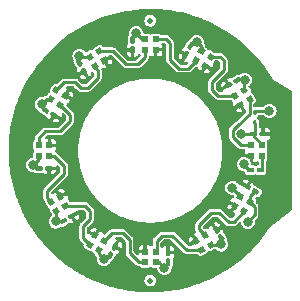
<source format=gtl>
G04 #@! TF.GenerationSoftware,KiCad,Pcbnew,7.0.8-7.0.8~ubuntu23.04.1*
G04 #@! TF.CreationDate,2023-10-20T09:28:23+00:00*
G04 #@! TF.ProjectId,pedalboard-led-ring,70656461-6c62-46f6-9172-642d6c65642d,1.1.0-RC1*
G04 #@! TF.SameCoordinates,Original*
G04 #@! TF.FileFunction,Copper,L1,Top*
G04 #@! TF.FilePolarity,Positive*
%FSLAX46Y46*%
G04 Gerber Fmt 4.6, Leading zero omitted, Abs format (unit mm)*
G04 Created by KiCad (PCBNEW 7.0.8-7.0.8~ubuntu23.04.1) date 2023-10-20 09:28:23*
%MOMM*%
%LPD*%
G01*
G04 APERTURE LIST*
G04 #@! TA.AperFunction,SMDPad,CuDef*
%ADD10C,0.500000*%
G04 #@! TD*
G04 #@! TA.AperFunction,SMDPad,CuDef*
%ADD11R,0.500000X0.500000*%
G04 #@! TD*
G04 #@! TA.AperFunction,ViaPad*
%ADD12C,0.800000*%
G04 #@! TD*
G04 #@! TA.AperFunction,Conductor*
%ADD13C,0.250000*%
G04 #@! TD*
G04 APERTURE END LIST*
D10*
X80000000Y-71000000D03*
G04 #@! TA.AperFunction,SMDPad,CuDef*
G36*
X84676795Y-68500446D02*
G01*
X84243783Y-68750446D01*
X83993783Y-68317434D01*
X84426795Y-68067434D01*
X84676795Y-68500446D01*
G37*
G04 #@! TD.AperFunction*
G04 #@! TA.AperFunction,SMDPad,CuDef*
G36*
X85456217Y-68050446D02*
G01*
X85023205Y-68300446D01*
X84773205Y-67867434D01*
X85206217Y-67617434D01*
X85456217Y-68050446D01*
G37*
G04 #@! TD.AperFunction*
G04 #@! TA.AperFunction,SMDPad,CuDef*
G36*
X85006217Y-67271024D02*
G01*
X84573205Y-67521024D01*
X84323205Y-67088012D01*
X84756217Y-66838012D01*
X85006217Y-67271024D01*
G37*
G04 #@! TD.AperFunction*
G04 #@! TA.AperFunction,SMDPad,CuDef*
G36*
X84226795Y-67721024D02*
G01*
X83793783Y-67971024D01*
X83543783Y-67538012D01*
X83976795Y-67288012D01*
X84226795Y-67721024D01*
G37*
G04 #@! TD.AperFunction*
G04 #@! TA.AperFunction,SMDPad,CuDef*
G36*
G01*
X78400000Y-50335000D02*
X78600000Y-50335000D01*
G75*
G02*
X78700000Y-50435000I0J-100000D01*
G01*
X78700000Y-50870000D01*
G75*
G02*
X78600000Y-50970000I-100000J0D01*
G01*
X78400000Y-50970000D01*
G75*
G02*
X78300000Y-50870000I0J100000D01*
G01*
X78300000Y-50435000D01*
G75*
G02*
X78400000Y-50335000I100000J0D01*
G01*
G37*
G04 #@! TD.AperFunction*
G04 #@! TA.AperFunction,SMDPad,CuDef*
G36*
G01*
X78400000Y-51150000D02*
X78600000Y-51150000D01*
G75*
G02*
X78700000Y-51250000I0J-100000D01*
G01*
X78700000Y-51685000D01*
G75*
G02*
X78600000Y-51785000I-100000J0D01*
G01*
X78400000Y-51785000D01*
G75*
G02*
X78300000Y-51685000I0J100000D01*
G01*
X78300000Y-51250000D01*
G75*
G02*
X78400000Y-51150000I100000J0D01*
G01*
G37*
G04 #@! TD.AperFunction*
G04 #@! TA.AperFunction,SMDPad,CuDef*
G36*
G01*
X73740897Y-52354864D02*
X73914103Y-52254864D01*
G75*
G02*
X74050706Y-52291467I50000J-86603D01*
G01*
X74268206Y-52668189D01*
G75*
G02*
X74231603Y-52804792I-86603J-50000D01*
G01*
X74058397Y-52904792D01*
G75*
G02*
X73921794Y-52868189I-50000J86603D01*
G01*
X73704294Y-52491467D01*
G75*
G02*
X73740897Y-52354864I86603J50000D01*
G01*
G37*
G04 #@! TD.AperFunction*
G04 #@! TA.AperFunction,SMDPad,CuDef*
G36*
G01*
X74148397Y-53060674D02*
X74321603Y-52960674D01*
G75*
G02*
X74458206Y-52997277I50000J-86603D01*
G01*
X74675706Y-53373999D01*
G75*
G02*
X74639103Y-53510602I-86603J-50000D01*
G01*
X74465897Y-53610602D01*
G75*
G02*
X74329294Y-53573999I-50000J86603D01*
G01*
X74111794Y-53197277D01*
G75*
G02*
X74148397Y-53060674I86603J50000D01*
G01*
G37*
G04 #@! TD.AperFunction*
D11*
X89450000Y-60450000D03*
X89450000Y-59550000D03*
X88550000Y-59550000D03*
X88550000Y-60450000D03*
X80450000Y-50550000D03*
X79550000Y-50550000D03*
X79550000Y-51450000D03*
X80450000Y-51450000D03*
G04 #@! TA.AperFunction,SMDPad,CuDef*
G36*
X88300446Y-65023205D02*
G01*
X88050446Y-65456217D01*
X87617434Y-65206217D01*
X87867434Y-64773205D01*
X88300446Y-65023205D01*
G37*
G04 #@! TD.AperFunction*
G04 #@! TA.AperFunction,SMDPad,CuDef*
G36*
X88750446Y-64243783D02*
G01*
X88500446Y-64676795D01*
X88067434Y-64426795D01*
X88317434Y-63993783D01*
X88750446Y-64243783D01*
G37*
G04 #@! TD.AperFunction*
G04 #@! TA.AperFunction,SMDPad,CuDef*
G36*
X87971024Y-63793783D02*
G01*
X87721024Y-64226795D01*
X87288012Y-63976795D01*
X87538012Y-63543783D01*
X87971024Y-63793783D01*
G37*
G04 #@! TD.AperFunction*
G04 #@! TA.AperFunction,SMDPad,CuDef*
G36*
X87521024Y-64573205D02*
G01*
X87271024Y-65006217D01*
X86838012Y-64756217D01*
X87088012Y-64323205D01*
X87521024Y-64573205D01*
G37*
G04 #@! TD.AperFunction*
G04 #@! TA.AperFunction,SMDPad,CuDef*
G36*
X71499554Y-64676795D02*
G01*
X71249554Y-64243783D01*
X71682566Y-63993783D01*
X71932566Y-64426795D01*
X71499554Y-64676795D01*
G37*
G04 #@! TD.AperFunction*
G04 #@! TA.AperFunction,SMDPad,CuDef*
G36*
X71949554Y-65456217D02*
G01*
X71699554Y-65023205D01*
X72132566Y-64773205D01*
X72382566Y-65206217D01*
X71949554Y-65456217D01*
G37*
G04 #@! TD.AperFunction*
G04 #@! TA.AperFunction,SMDPad,CuDef*
G36*
X72728976Y-65006217D02*
G01*
X72478976Y-64573205D01*
X72911988Y-64323205D01*
X73161988Y-64756217D01*
X72728976Y-65006217D01*
G37*
G04 #@! TD.AperFunction*
G04 #@! TA.AperFunction,SMDPad,CuDef*
G36*
X72278976Y-64226795D02*
G01*
X72028976Y-63793783D01*
X72461988Y-63543783D01*
X72711988Y-63976795D01*
X72278976Y-64226795D01*
G37*
G04 #@! TD.AperFunction*
X79550000Y-69450000D03*
X80450000Y-69450000D03*
X80450000Y-68550000D03*
X79550000Y-68550000D03*
X70550000Y-59550000D03*
X70550000Y-60450000D03*
X71450000Y-60450000D03*
X71450000Y-59550000D03*
G04 #@! TA.AperFunction,SMDPad,CuDef*
G36*
X71699554Y-54976795D02*
G01*
X71949554Y-54543783D01*
X72382566Y-54793783D01*
X72132566Y-55226795D01*
X71699554Y-54976795D01*
G37*
G04 #@! TD.AperFunction*
G04 #@! TA.AperFunction,SMDPad,CuDef*
G36*
X71249554Y-55756217D02*
G01*
X71499554Y-55323205D01*
X71932566Y-55573205D01*
X71682566Y-56006217D01*
X71249554Y-55756217D01*
G37*
G04 #@! TD.AperFunction*
G04 #@! TA.AperFunction,SMDPad,CuDef*
G36*
X72028976Y-56206217D02*
G01*
X72278976Y-55773205D01*
X72711988Y-56023205D01*
X72461988Y-56456217D01*
X72028976Y-56206217D01*
G37*
G04 #@! TD.AperFunction*
G04 #@! TA.AperFunction,SMDPad,CuDef*
G36*
X72478976Y-55426795D02*
G01*
X72728976Y-54993783D01*
X73161988Y-55243783D01*
X72911988Y-55676795D01*
X72478976Y-55426795D01*
G37*
G04 #@! TD.AperFunction*
D10*
X80000000Y-49000000D03*
G04 #@! TA.AperFunction,SMDPad,CuDef*
G36*
G01*
X70275000Y-61600000D02*
X70275000Y-61400000D01*
G75*
G02*
X70375000Y-61300000I100000J0D01*
G01*
X70810000Y-61300000D01*
G75*
G02*
X70910000Y-61400000I0J-100000D01*
G01*
X70910000Y-61600000D01*
G75*
G02*
X70810000Y-61700000I-100000J0D01*
G01*
X70375000Y-61700000D01*
G75*
G02*
X70275000Y-61600000I0J100000D01*
G01*
G37*
G04 #@! TD.AperFunction*
G04 #@! TA.AperFunction,SMDPad,CuDef*
G36*
G01*
X71090000Y-61600000D02*
X71090000Y-61400000D01*
G75*
G02*
X71190000Y-61300000I100000J0D01*
G01*
X71625000Y-61300000D01*
G75*
G02*
X71725000Y-61400000I0J-100000D01*
G01*
X71725000Y-61600000D01*
G75*
G02*
X71625000Y-61700000I-100000J0D01*
G01*
X71190000Y-61700000D01*
G75*
G02*
X71090000Y-61600000I0J100000D01*
G01*
G37*
G04 #@! TD.AperFunction*
G04 #@! TA.AperFunction,SMDPad,CuDef*
G36*
G01*
X88787500Y-57440000D02*
X88912500Y-57440000D01*
G75*
G02*
X88975000Y-57502500I0J-62500D01*
G01*
X88975000Y-57737500D01*
G75*
G02*
X88912500Y-57800000I-62500J0D01*
G01*
X88787500Y-57800000D01*
G75*
G02*
X88725000Y-57737500I0J62500D01*
G01*
X88725000Y-57502500D01*
G75*
G02*
X88787500Y-57440000I62500J0D01*
G01*
G37*
G04 #@! TD.AperFunction*
G04 #@! TA.AperFunction,SMDPad,CuDef*
G36*
G01*
X88787500Y-56600000D02*
X88912500Y-56600000D01*
G75*
G02*
X88975000Y-56662500I0J-62500D01*
G01*
X88975000Y-56897500D01*
G75*
G02*
X88912500Y-56960000I-62500J0D01*
G01*
X88787500Y-56960000D01*
G75*
G02*
X88725000Y-56897500I0J62500D01*
G01*
X88725000Y-56662500D01*
G75*
G02*
X88787500Y-56600000I62500J0D01*
G01*
G37*
G04 #@! TD.AperFunction*
G04 #@! TA.AperFunction,SMDPad,CuDef*
G36*
G01*
X72422131Y-66199103D02*
X72322131Y-66025897D01*
G75*
G02*
X72358734Y-65889294I86603J50000D01*
G01*
X72735456Y-65671794D01*
G75*
G02*
X72872059Y-65708397I50000J-86603D01*
G01*
X72972059Y-65881603D01*
G75*
G02*
X72935456Y-66018206I-86603J-50000D01*
G01*
X72558734Y-66235706D01*
G75*
G02*
X72422131Y-66199103I-50000J86603D01*
G01*
G37*
G04 #@! TD.AperFunction*
G04 #@! TA.AperFunction,SMDPad,CuDef*
G36*
G01*
X73127941Y-65791603D02*
X73027941Y-65618397D01*
G75*
G02*
X73064544Y-65481794I86603J50000D01*
G01*
X73441266Y-65264294D01*
G75*
G02*
X73577869Y-65300897I50000J-86603D01*
G01*
X73677869Y-65474103D01*
G75*
G02*
X73641266Y-65610706I-86603J-50000D01*
G01*
X73264544Y-65828206D01*
G75*
G02*
X73127941Y-65791603I-50000J86603D01*
G01*
G37*
G04 #@! TD.AperFunction*
G04 #@! TA.AperFunction,SMDPad,CuDef*
G36*
G01*
X76524103Y-69177869D02*
X76350897Y-69077869D01*
G75*
G02*
X76314294Y-68941266I50000J86603D01*
G01*
X76531794Y-68564544D01*
G75*
G02*
X76668397Y-68527941I86603J-50000D01*
G01*
X76841603Y-68627941D01*
G75*
G02*
X76878206Y-68764544I-50000J-86603D01*
G01*
X76660706Y-69141266D01*
G75*
G02*
X76524103Y-69177869I-86603J50000D01*
G01*
G37*
G04 #@! TD.AperFunction*
G04 #@! TA.AperFunction,SMDPad,CuDef*
G36*
G01*
X76931603Y-68472059D02*
X76758397Y-68372059D01*
G75*
G02*
X76721794Y-68235456I50000J86603D01*
G01*
X76939294Y-67858734D01*
G75*
G02*
X77075897Y-67822131I86603J-50000D01*
G01*
X77249103Y-67922131D01*
G75*
G02*
X77285706Y-68058734I-50000J-86603D01*
G01*
X77068206Y-68435456D01*
G75*
G02*
X76931603Y-68472059I-86603J50000D01*
G01*
G37*
G04 #@! TD.AperFunction*
G04 #@! TA.AperFunction,SMDPad,CuDef*
G36*
G01*
X86249103Y-67645136D02*
X86075897Y-67745136D01*
G75*
G02*
X85939294Y-67708533I-50000J86603D01*
G01*
X85721794Y-67331811D01*
G75*
G02*
X85758397Y-67195208I86603J50000D01*
G01*
X85931603Y-67095208D01*
G75*
G02*
X86068206Y-67131811I50000J-86603D01*
G01*
X86285706Y-67508533D01*
G75*
G02*
X86249103Y-67645136I-86603J-50000D01*
G01*
G37*
G04 #@! TD.AperFunction*
G04 #@! TA.AperFunction,SMDPad,CuDef*
G36*
G01*
X85841603Y-66939326D02*
X85668397Y-67039326D01*
G75*
G02*
X85531794Y-67002723I-50000J86603D01*
G01*
X85314294Y-66626001D01*
G75*
G02*
X85350897Y-66489398I86603J50000D01*
G01*
X85524103Y-66389398D01*
G75*
G02*
X85660706Y-66426001I50000J-86603D01*
G01*
X85878206Y-66802723D01*
G75*
G02*
X85841603Y-66939326I-86603J-50000D01*
G01*
G37*
G04 #@! TD.AperFunction*
G04 #@! TA.AperFunction,SMDPad,CuDef*
G36*
G01*
X70822131Y-56524103D02*
X70922131Y-56350897D01*
G75*
G02*
X71058734Y-56314294I86603J-50000D01*
G01*
X71435456Y-56531794D01*
G75*
G02*
X71472059Y-56668397I-50000J-86603D01*
G01*
X71372059Y-56841603D01*
G75*
G02*
X71235456Y-56878206I-86603J50000D01*
G01*
X70858734Y-56660706D01*
G75*
G02*
X70822131Y-56524103I50000J86603D01*
G01*
G37*
G04 #@! TD.AperFunction*
G04 #@! TA.AperFunction,SMDPad,CuDef*
G36*
G01*
X71527941Y-56931603D02*
X71627941Y-56758397D01*
G75*
G02*
X71764544Y-56721794I86603J-50000D01*
G01*
X72141266Y-56939294D01*
G75*
G02*
X72177869Y-57075897I-50000J-86603D01*
G01*
X72077869Y-57249103D01*
G75*
G02*
X71941266Y-57285706I-86603J50000D01*
G01*
X71564544Y-57068206D01*
G75*
G02*
X71527941Y-56931603I50000J86603D01*
G01*
G37*
G04 #@! TD.AperFunction*
G04 #@! TA.AperFunction,SMDPad,CuDef*
G36*
G01*
X81600000Y-69755000D02*
X81400000Y-69755000D01*
G75*
G02*
X81300000Y-69655000I0J100000D01*
G01*
X81300000Y-69220000D01*
G75*
G02*
X81400000Y-69120000I100000J0D01*
G01*
X81600000Y-69120000D01*
G75*
G02*
X81700000Y-69220000I0J-100000D01*
G01*
X81700000Y-69655000D01*
G75*
G02*
X81600000Y-69755000I-100000J0D01*
G01*
G37*
G04 #@! TD.AperFunction*
G04 #@! TA.AperFunction,SMDPad,CuDef*
G36*
G01*
X81600000Y-68940000D02*
X81400000Y-68940000D01*
G75*
G02*
X81300000Y-68840000I0J100000D01*
G01*
X81300000Y-68405000D01*
G75*
G02*
X81400000Y-68305000I100000J0D01*
G01*
X81600000Y-68305000D01*
G75*
G02*
X81700000Y-68405000I0J-100000D01*
G01*
X81700000Y-68840000D01*
G75*
G02*
X81600000Y-68940000I-100000J0D01*
G01*
G37*
G04 #@! TD.AperFunction*
G04 #@! TA.AperFunction,SMDPad,CuDef*
G36*
X88500446Y-55323205D02*
G01*
X88750446Y-55756217D01*
X88317434Y-56006217D01*
X88067434Y-55573205D01*
X88500446Y-55323205D01*
G37*
G04 #@! TD.AperFunction*
G04 #@! TA.AperFunction,SMDPad,CuDef*
G36*
X88050446Y-54543783D02*
G01*
X88300446Y-54976795D01*
X87867434Y-55226795D01*
X87617434Y-54793783D01*
X88050446Y-54543783D01*
G37*
G04 #@! TD.AperFunction*
G04 #@! TA.AperFunction,SMDPad,CuDef*
G36*
X87271024Y-54993783D02*
G01*
X87521024Y-55426795D01*
X87088012Y-55676795D01*
X86838012Y-55243783D01*
X87271024Y-54993783D01*
G37*
G04 #@! TD.AperFunction*
G04 #@! TA.AperFunction,SMDPad,CuDef*
G36*
X87721024Y-55773205D02*
G01*
X87971024Y-56206217D01*
X87538012Y-56456217D01*
X87288012Y-56023205D01*
X87721024Y-55773205D01*
G37*
G04 #@! TD.AperFunction*
G04 #@! TA.AperFunction,SMDPad,CuDef*
G36*
G01*
X88425000Y-58700000D02*
X88425000Y-58500000D01*
G75*
G02*
X88525000Y-58400000I100000J0D01*
G01*
X88960000Y-58400000D01*
G75*
G02*
X89060000Y-58500000I0J-100000D01*
G01*
X89060000Y-58700000D01*
G75*
G02*
X88960000Y-58800000I-100000J0D01*
G01*
X88525000Y-58800000D01*
G75*
G02*
X88425000Y-58700000I0J100000D01*
G01*
G37*
G04 #@! TD.AperFunction*
G04 #@! TA.AperFunction,SMDPad,CuDef*
G36*
G01*
X89240000Y-58700000D02*
X89240000Y-58500000D01*
G75*
G02*
X89340000Y-58400000I100000J0D01*
G01*
X89775000Y-58400000D01*
G75*
G02*
X89875000Y-58500000I0J-100000D01*
G01*
X89875000Y-58700000D01*
G75*
G02*
X89775000Y-58800000I-100000J0D01*
G01*
X89340000Y-58800000D01*
G75*
G02*
X89240000Y-58700000I0J100000D01*
G01*
G37*
G04 #@! TD.AperFunction*
G04 #@! TA.AperFunction,SMDPad,CuDef*
G36*
G01*
X87577869Y-53800897D02*
X87677869Y-53974103D01*
G75*
G02*
X87641266Y-54110706I-86603J-50000D01*
G01*
X87264544Y-54328206D01*
G75*
G02*
X87127941Y-54291603I-50000J86603D01*
G01*
X87027941Y-54118397D01*
G75*
G02*
X87064544Y-53981794I86603J50000D01*
G01*
X87441266Y-53764294D01*
G75*
G02*
X87577869Y-53800897I50000J-86603D01*
G01*
G37*
G04 #@! TD.AperFunction*
G04 #@! TA.AperFunction,SMDPad,CuDef*
G36*
G01*
X86872059Y-54208397D02*
X86972059Y-54381603D01*
G75*
G02*
X86935456Y-54518206I-86603J-50000D01*
G01*
X86558734Y-54735706D01*
G75*
G02*
X86422131Y-54699103I-50000J86603D01*
G01*
X86322131Y-54525897D01*
G75*
G02*
X86358734Y-54389294I86603J50000D01*
G01*
X86735456Y-54171794D01*
G75*
G02*
X86872059Y-54208397I50000J-86603D01*
G01*
G37*
G04 #@! TD.AperFunction*
G04 #@! TA.AperFunction,SMDPad,CuDef*
G36*
X75323205Y-51499554D02*
G01*
X75756217Y-51249554D01*
X76006217Y-51682566D01*
X75573205Y-51932566D01*
X75323205Y-51499554D01*
G37*
G04 #@! TD.AperFunction*
G04 #@! TA.AperFunction,SMDPad,CuDef*
G36*
X74543783Y-51949554D02*
G01*
X74976795Y-51699554D01*
X75226795Y-52132566D01*
X74793783Y-52382566D01*
X74543783Y-51949554D01*
G37*
G04 #@! TD.AperFunction*
G04 #@! TA.AperFunction,SMDPad,CuDef*
G36*
X74993783Y-52728976D02*
G01*
X75426795Y-52478976D01*
X75676795Y-52911988D01*
X75243783Y-53161988D01*
X74993783Y-52728976D01*
G37*
G04 #@! TD.AperFunction*
G04 #@! TA.AperFunction,SMDPad,CuDef*
G36*
X75773205Y-52278976D02*
G01*
X76206217Y-52028976D01*
X76456217Y-52461988D01*
X76023205Y-52711988D01*
X75773205Y-52278976D01*
G37*
G04 #@! TD.AperFunction*
G04 #@! TA.AperFunction,SMDPad,CuDef*
G36*
G01*
X89227869Y-63525897D02*
X89127869Y-63699103D01*
G75*
G02*
X88991266Y-63735706I-86603J50000D01*
G01*
X88614544Y-63518206D01*
G75*
G02*
X88577941Y-63381603I50000J86603D01*
G01*
X88677941Y-63208397D01*
G75*
G02*
X88814544Y-63171794I86603J-50000D01*
G01*
X89191266Y-63389294D01*
G75*
G02*
X89227869Y-63525897I-50000J-86603D01*
G01*
G37*
G04 #@! TD.AperFunction*
G04 #@! TA.AperFunction,SMDPad,CuDef*
G36*
G01*
X88522059Y-63118397D02*
X88422059Y-63291603D01*
G75*
G02*
X88285456Y-63328206I-86603J50000D01*
G01*
X87908734Y-63110706D01*
G75*
G02*
X87872131Y-62974103I50000J86603D01*
G01*
X87972131Y-62800897D01*
G75*
G02*
X88108734Y-62764294I86603J-50000D01*
G01*
X88485456Y-62981794D01*
G75*
G02*
X88522059Y-63118397I-50000J-86603D01*
G01*
G37*
G04 #@! TD.AperFunction*
G04 #@! TA.AperFunction,SMDPad,CuDef*
G36*
X74976795Y-68300446D02*
G01*
X74543783Y-68050446D01*
X74793783Y-67617434D01*
X75226795Y-67867434D01*
X74976795Y-68300446D01*
G37*
G04 #@! TD.AperFunction*
G04 #@! TA.AperFunction,SMDPad,CuDef*
G36*
X75756217Y-68750446D02*
G01*
X75323205Y-68500446D01*
X75573205Y-68067434D01*
X76006217Y-68317434D01*
X75756217Y-68750446D01*
G37*
G04 #@! TD.AperFunction*
G04 #@! TA.AperFunction,SMDPad,CuDef*
G36*
X76206217Y-67971024D02*
G01*
X75773205Y-67721024D01*
X76023205Y-67288012D01*
X76456217Y-67538012D01*
X76206217Y-67971024D01*
G37*
G04 #@! TD.AperFunction*
G04 #@! TA.AperFunction,SMDPad,CuDef*
G36*
X75426795Y-67521024D02*
G01*
X74993783Y-67271024D01*
X75243783Y-66838012D01*
X75676795Y-67088012D01*
X75426795Y-67521024D01*
G37*
G04 #@! TD.AperFunction*
G04 #@! TA.AperFunction,SMDPad,CuDef*
G36*
X85023205Y-51699554D02*
G01*
X85456217Y-51949554D01*
X85206217Y-52382566D01*
X84773205Y-52132566D01*
X85023205Y-51699554D01*
G37*
G04 #@! TD.AperFunction*
G04 #@! TA.AperFunction,SMDPad,CuDef*
G36*
X84243783Y-51249554D02*
G01*
X84676795Y-51499554D01*
X84426795Y-51932566D01*
X83993783Y-51682566D01*
X84243783Y-51249554D01*
G37*
G04 #@! TD.AperFunction*
G04 #@! TA.AperFunction,SMDPad,CuDef*
G36*
X83793783Y-52028976D02*
G01*
X84226795Y-52278976D01*
X83976795Y-52711988D01*
X83543783Y-52461988D01*
X83793783Y-52028976D01*
G37*
G04 #@! TD.AperFunction*
G04 #@! TA.AperFunction,SMDPad,CuDef*
G36*
X84573205Y-52478976D02*
G01*
X85006217Y-52728976D01*
X84756217Y-53161988D01*
X84323205Y-52911988D01*
X84573205Y-52478976D01*
G37*
G04 #@! TD.AperFunction*
G04 #@! TA.AperFunction,SMDPad,CuDef*
G36*
G01*
X89635000Y-61550000D02*
X89635000Y-61750000D01*
G75*
G02*
X89535000Y-61850000I-100000J0D01*
G01*
X89100000Y-61850000D01*
G75*
G02*
X89000000Y-61750000I0J100000D01*
G01*
X89000000Y-61550000D01*
G75*
G02*
X89100000Y-61450000I100000J0D01*
G01*
X89535000Y-61450000D01*
G75*
G02*
X89635000Y-61550000I0J-100000D01*
G01*
G37*
G04 #@! TD.AperFunction*
G04 #@! TA.AperFunction,SMDPad,CuDef*
G36*
G01*
X88820000Y-61550000D02*
X88820000Y-61750000D01*
G75*
G02*
X88720000Y-61850000I-100000J0D01*
G01*
X88285000Y-61850000D01*
G75*
G02*
X88185000Y-61750000I0J100000D01*
G01*
X88185000Y-61550000D01*
G75*
G02*
X88285000Y-61450000I100000J0D01*
G01*
X88720000Y-61450000D01*
G75*
G02*
X88820000Y-61550000I0J-100000D01*
G01*
G37*
G04 #@! TD.AperFunction*
G04 #@! TA.AperFunction,SMDPad,CuDef*
G36*
G01*
X83475897Y-50822131D02*
X83649103Y-50922131D01*
G75*
G02*
X83685706Y-51058734I-50000J-86603D01*
G01*
X83468206Y-51435456D01*
G75*
G02*
X83331603Y-51472059I-86603J50000D01*
G01*
X83158397Y-51372059D01*
G75*
G02*
X83121794Y-51235456I50000J86603D01*
G01*
X83339294Y-50858734D01*
G75*
G02*
X83475897Y-50822131I86603J-50000D01*
G01*
G37*
G04 #@! TD.AperFunction*
G04 #@! TA.AperFunction,SMDPad,CuDef*
G36*
G01*
X83068397Y-51527941D02*
X83241603Y-51627941D01*
G75*
G02*
X83278206Y-51764544I-50000J-86603D01*
G01*
X83060706Y-52141266D01*
G75*
G02*
X82924103Y-52177869I-86603J50000D01*
G01*
X82750897Y-52077869D01*
G75*
G02*
X82714294Y-51941266I50000J86603D01*
G01*
X82931794Y-51564544D01*
G75*
G02*
X83068397Y-51527941I86603J-50000D01*
G01*
G37*
G04 #@! TD.AperFunction*
D12*
X86950000Y-63150000D03*
X74000000Y-52000000D03*
X70071797Y-61196152D03*
X76071797Y-69196152D03*
X90079502Y-56650000D03*
X81196152Y-69928203D03*
X83928203Y-50803848D03*
X72000000Y-66000000D03*
X86000000Y-67940000D03*
X70803848Y-56071797D03*
X88000000Y-54000000D03*
X88260000Y-66020000D03*
X78803848Y-50071797D03*
X90400000Y-61400000D03*
X91150000Y-61400000D03*
X91150000Y-64850000D03*
X90400000Y-64850000D03*
X87698157Y-58551843D03*
X87910000Y-61150000D03*
D13*
X88550000Y-59550000D02*
X87700000Y-59550000D01*
X88408940Y-56891060D02*
X88408940Y-55664711D01*
X87453157Y-57846843D02*
X88408940Y-56891060D01*
X87406136Y-57846843D02*
X87453157Y-57846843D01*
X87700000Y-59550000D02*
X86993157Y-58843157D01*
X86993157Y-58843157D02*
X86993157Y-58259822D01*
X86993157Y-58259822D02*
X87406136Y-57846843D01*
X89495000Y-60495000D02*
X89495000Y-61467500D01*
X85901060Y-52041060D02*
X86220000Y-52360000D01*
X85210000Y-54860000D02*
X85700000Y-55350000D01*
X86220000Y-52360000D02*
X86220000Y-53200000D01*
X86220000Y-53200000D02*
X85210000Y-54210000D01*
X85114711Y-52041060D02*
X85901060Y-52041060D01*
X85700000Y-55350000D02*
X87164807Y-55350000D01*
X85210000Y-54210000D02*
X85210000Y-54860000D01*
X81650000Y-52300000D02*
X81650000Y-50850000D01*
X81350000Y-50550000D02*
X80450000Y-50550000D01*
X83885289Y-52370482D02*
X83205771Y-53050000D01*
X81650000Y-50850000D02*
X81350000Y-50550000D01*
X83205771Y-53050000D02*
X82400000Y-53050000D01*
X82400000Y-53050000D02*
X81650000Y-52300000D01*
X79550000Y-51450000D02*
X79550000Y-52080000D01*
X79550000Y-52080000D02*
X78930000Y-52700000D01*
X78930000Y-52700000D02*
X77950000Y-52700000D01*
X76841060Y-51591060D02*
X75664711Y-51591060D01*
X77950000Y-52700000D02*
X76841060Y-51591060D01*
X74130000Y-54690000D02*
X73660000Y-54220000D01*
X75335289Y-52995289D02*
X75550000Y-53210000D01*
X72706349Y-54220000D02*
X72041060Y-54885289D01*
X75335289Y-52820482D02*
X75335289Y-52995289D01*
X75550000Y-53840000D02*
X74700000Y-54690000D01*
X73660000Y-54220000D02*
X72706349Y-54220000D01*
X75550000Y-53210000D02*
X75550000Y-53840000D01*
X74700000Y-54690000D02*
X74130000Y-54690000D01*
X72360000Y-58370000D02*
X71120000Y-58370000D01*
X71120000Y-58370000D02*
X70550000Y-58940000D01*
X73200000Y-56944229D02*
X73200000Y-57530000D01*
X73200000Y-57530000D02*
X72360000Y-58370000D01*
X72370482Y-56114711D02*
X73200000Y-56944229D01*
X70550000Y-58940000D02*
X70550000Y-59550000D01*
X87629518Y-63829518D02*
X86950000Y-63150000D01*
X87629518Y-63885289D02*
X87629518Y-63829518D01*
X80450000Y-69450000D02*
X80717949Y-69450000D01*
X75664711Y-68789066D02*
X76071797Y-69196152D01*
X80717949Y-69450000D02*
X81196152Y-69928203D01*
X71591060Y-55664711D02*
X71210934Y-55664711D01*
X70550000Y-60450000D02*
X70550000Y-60717949D01*
X72041060Y-65958940D02*
X72000000Y-66000000D01*
X79282051Y-50550000D02*
X78803848Y-50071797D01*
X86000000Y-67940000D02*
X85981060Y-67958940D01*
X88830000Y-65480000D02*
X88800000Y-65480000D01*
X88408940Y-64335289D02*
X88408940Y-63865848D01*
X87958940Y-54041060D02*
X88000000Y-54000000D01*
X74041060Y-52041060D02*
X74000000Y-52000000D01*
X74885289Y-52041060D02*
X74041060Y-52041060D01*
X72041060Y-65114711D02*
X72041060Y-65958940D01*
X88980000Y-56650000D02*
X88850000Y-56780000D01*
X83928203Y-50803848D02*
X84335289Y-51210934D01*
X75664711Y-68408940D02*
X75664711Y-68789066D01*
X79550000Y-50550000D02*
X79282051Y-50550000D01*
X88800000Y-65480000D02*
X88260000Y-66020000D01*
X85981060Y-67958940D02*
X85114711Y-67958940D01*
X90079502Y-56650000D02*
X89955000Y-56774502D01*
X87958940Y-54885289D02*
X87958940Y-54041060D01*
X88408940Y-63865848D02*
X88770172Y-63504616D01*
X70803848Y-56071797D02*
X71210934Y-55664711D01*
X90079502Y-56650000D02*
X88980000Y-56650000D01*
X88830000Y-64756349D02*
X88830000Y-65480000D01*
X70550000Y-60717949D02*
X70071797Y-61196152D01*
X84335289Y-51591060D02*
X84335289Y-51210934D01*
X88408940Y-64335289D02*
X88830000Y-64756349D01*
X71270000Y-63380000D02*
X71270000Y-64014229D01*
X72700000Y-61950000D02*
X71270000Y-63380000D01*
X71270000Y-64014229D02*
X71591060Y-64335289D01*
X71450000Y-60450000D02*
X71860000Y-60450000D01*
X72700000Y-61290000D02*
X72700000Y-61950000D01*
X71860000Y-60450000D02*
X72700000Y-61290000D01*
X74900000Y-65100000D02*
X74900000Y-65800000D01*
X74464711Y-64664711D02*
X74900000Y-65100000D01*
X74900000Y-65800000D02*
X74330000Y-66370000D01*
X74330000Y-67403651D02*
X74885289Y-67958940D01*
X74330000Y-66370000D02*
X74330000Y-67403651D01*
X72820482Y-64664711D02*
X74464711Y-64664711D01*
X76754229Y-66990000D02*
X77680000Y-66990000D01*
X78250000Y-68690000D02*
X79010000Y-69450000D01*
X76114711Y-67629518D02*
X76754229Y-66990000D01*
X77680000Y-66990000D02*
X78250000Y-67560000D01*
X78250000Y-67560000D02*
X78250000Y-68690000D01*
X79010000Y-69450000D02*
X79550000Y-69450000D01*
X84140000Y-66654807D02*
X84140000Y-66280000D01*
X85150000Y-65270000D02*
X85840000Y-65270000D01*
X85840000Y-65270000D02*
X86620000Y-66050000D01*
X86620000Y-66050000D02*
X87050000Y-66050000D01*
X87050000Y-66050000D02*
X87050000Y-66023651D01*
X87050000Y-66023651D02*
X87958940Y-65114711D01*
X84140000Y-66280000D02*
X85150000Y-65270000D01*
X84664711Y-67179518D02*
X84140000Y-66654807D01*
X80970000Y-67190000D02*
X81870000Y-67190000D01*
X81870000Y-67190000D02*
X83088940Y-68408940D01*
X83088940Y-68408940D02*
X84335289Y-68408940D01*
X80530000Y-68470000D02*
X80530000Y-67630000D01*
X80530000Y-67630000D02*
X80970000Y-67190000D01*
X89450000Y-59550000D02*
X89450000Y-59500000D01*
X87746314Y-58600000D02*
X88492500Y-58600000D01*
X88742500Y-58792500D02*
X88742500Y-58600000D01*
X89450000Y-59500000D02*
X88742500Y-58792500D01*
X87698157Y-58551843D02*
X87746314Y-58600000D01*
X88850000Y-57620000D02*
X88850000Y-58492500D01*
X88850000Y-58492500D02*
X88742500Y-58600000D01*
X88390000Y-61680000D02*
X87910000Y-61200000D01*
G04 #@! TA.AperFunction,Conductor*
G36*
X80329649Y-48009493D02*
G01*
X80662213Y-48019071D01*
X80664833Y-48019216D01*
X80675246Y-48020070D01*
X81005442Y-48047150D01*
X81238041Y-48067291D01*
X81332588Y-48075478D01*
X81335048Y-48075753D01*
X81362018Y-48079454D01*
X81674614Y-48122351D01*
X81998793Y-48169345D01*
X82000963Y-48169711D01*
X82337916Y-48234840D01*
X82659622Y-48300569D01*
X82993785Y-48384289D01*
X83242335Y-48450175D01*
X83310959Y-48468367D01*
X83640167Y-48570216D01*
X83951871Y-48672373D01*
X84275077Y-48792036D01*
X84580336Y-48911942D01*
X84896588Y-49049073D01*
X85194372Y-49186318D01*
X85502695Y-49340497D01*
X85792081Y-49494649D01*
X86091562Y-49665423D01*
X86261558Y-49768957D01*
X86371594Y-49835973D01*
X86661270Y-50022791D01*
X86931081Y-50209214D01*
X87180599Y-50390130D01*
X87210114Y-50411530D01*
X87468769Y-50613188D01*
X87736340Y-50830405D01*
X87983000Y-51046649D01*
X88238290Y-51278097D01*
X88330959Y-51369289D01*
X88460609Y-51496874D01*
X88472187Y-51508267D01*
X88714388Y-51753200D01*
X88934767Y-51996579D01*
X89162393Y-52253382D01*
X89163894Y-52255158D01*
X89369367Y-52510153D01*
X89582406Y-52778676D01*
X89583896Y-52780653D01*
X89774842Y-53047735D01*
X89972367Y-53326692D01*
X89973827Y-53328874D01*
X90151262Y-53609948D01*
X90318589Y-53875902D01*
X90319695Y-53878485D01*
X90326181Y-53888064D01*
X90327828Y-53890667D01*
X90329664Y-53893781D01*
X90341737Y-53899152D01*
X91955276Y-54970893D01*
X91993287Y-55018837D01*
X91999500Y-55053357D01*
X91999500Y-64951943D01*
X91980593Y-65010134D01*
X91962050Y-65029484D01*
X90080960Y-66522629D01*
X90067922Y-66528784D01*
X90063854Y-66535047D01*
X90062594Y-66536763D01*
X90060955Y-66539392D01*
X89887469Y-66790921D01*
X89679996Y-67090680D01*
X89678428Y-67092822D01*
X89471795Y-67359588D01*
X89260750Y-67629321D01*
X89259164Y-67631245D01*
X89035156Y-67889602D01*
X88811582Y-68143261D01*
X88809999Y-68144975D01*
X88570765Y-68391907D01*
X88333161Y-68631638D01*
X88079128Y-68866388D01*
X87828605Y-69091193D01*
X87561555Y-69311919D01*
X87298785Y-69521315D01*
X87019615Y-69727205D01*
X86745382Y-69920643D01*
X86455091Y-70110915D01*
X86170145Y-70287908D01*
X85869730Y-70461892D01*
X85574965Y-70621896D01*
X85265397Y-70779023D01*
X84961718Y-70921546D01*
X84644051Y-71061290D01*
X84332399Y-71185876D01*
X84007658Y-71307803D01*
X83688948Y-71414053D01*
X83358308Y-71517752D01*
X83033390Y-71605330D01*
X82698061Y-71690474D01*
X82367644Y-71759098D01*
X82030221Y-71825181D01*
X82027921Y-71825576D01*
X81693408Y-71874857D01*
X81354695Y-71921947D01*
X81352218Y-71922228D01*
X81011097Y-71952243D01*
X80674786Y-71980182D01*
X80672136Y-71980331D01*
X80307475Y-71991002D01*
X80001401Y-71999461D01*
X79998619Y-71999459D01*
X79316373Y-71979969D01*
X79313550Y-71979808D01*
X78765173Y-71932708D01*
X78629748Y-71920859D01*
X78627017Y-71920544D01*
X78158630Y-71853200D01*
X77945296Y-71821950D01*
X77942640Y-71821487D01*
X77512394Y-71734309D01*
X77267690Y-71683780D01*
X77265116Y-71683177D01*
X76858829Y-71576384D01*
X76599189Y-71506812D01*
X76596704Y-71506076D01*
X76208485Y-71379937D01*
X75942009Y-71291636D01*
X75939620Y-71290775D01*
X75566908Y-71145667D01*
X75298325Y-71038965D01*
X75296037Y-71037989D01*
X75212856Y-71000002D01*
X79494353Y-71000002D01*
X79514834Y-71142456D01*
X79558924Y-71238998D01*
X79574623Y-71273373D01*
X79604457Y-71307803D01*
X79668873Y-71382144D01*
X79718525Y-71414053D01*
X79789947Y-71459953D01*
X79896403Y-71491211D01*
X79928035Y-71500499D01*
X79928036Y-71500499D01*
X79928039Y-71500500D01*
X79928041Y-71500500D01*
X80071959Y-71500500D01*
X80071961Y-71500500D01*
X80210053Y-71459953D01*
X80331128Y-71382143D01*
X80425377Y-71273373D01*
X80485165Y-71142457D01*
X80505647Y-71000000D01*
X80504035Y-70988791D01*
X80485165Y-70857543D01*
X80425377Y-70726627D01*
X80331128Y-70617857D01*
X80331127Y-70617856D01*
X80331126Y-70617855D01*
X80210057Y-70540049D01*
X80210054Y-70540047D01*
X80210053Y-70540047D01*
X80210050Y-70540046D01*
X80071964Y-70499500D01*
X80071961Y-70499500D01*
X79928039Y-70499500D01*
X79928035Y-70499500D01*
X79789949Y-70540046D01*
X79789942Y-70540049D01*
X79668873Y-70617855D01*
X79574622Y-70726628D01*
X79514834Y-70857543D01*
X79494353Y-70999997D01*
X79494353Y-71000002D01*
X75212856Y-71000002D01*
X75082841Y-70940627D01*
X74937606Y-70874301D01*
X74670265Y-70749637D01*
X74668098Y-70748561D01*
X74323640Y-70566810D01*
X74262576Y-70533885D01*
X74059888Y-70424596D01*
X74057891Y-70423456D01*
X73789982Y-70261901D01*
X73727386Y-70224154D01*
X73469352Y-70064996D01*
X73467398Y-70063726D01*
X73151161Y-69847489D01*
X72900473Y-69671955D01*
X72898638Y-69670606D01*
X72896031Y-69668596D01*
X72676084Y-69498991D01*
X72597123Y-69438103D01*
X72355193Y-69246809D01*
X72353479Y-69245390D01*
X72067160Y-68997294D01*
X71834520Y-68790262D01*
X71563143Y-68526527D01*
X71341847Y-68305231D01*
X71322765Y-68284440D01*
X71086889Y-68027436D01*
X70877931Y-67792631D01*
X70639994Y-67501648D01*
X70631034Y-67490316D01*
X70444310Y-67254164D01*
X70223955Y-66950871D01*
X70042453Y-66691659D01*
X69884101Y-66445260D01*
X69840189Y-66376932D01*
X69839422Y-66375688D01*
X69716726Y-66176766D01*
X69673660Y-66106945D01*
X69563283Y-65911493D01*
X69490059Y-65781832D01*
X69484136Y-65770847D01*
X69339159Y-65501969D01*
X69326255Y-65475724D01*
X69174684Y-65167444D01*
X69040078Y-64878779D01*
X68895166Y-64535877D01*
X68777376Y-64239380D01*
X68758869Y-64187510D01*
X68652430Y-63889197D01*
X68642261Y-63858508D01*
X68551945Y-63585948D01*
X68543103Y-63555834D01*
X68447291Y-63229530D01*
X68364529Y-62920658D01*
X68280456Y-62559117D01*
X68276145Y-62538237D01*
X68215742Y-62245708D01*
X68152476Y-61880130D01*
X68106071Y-61563324D01*
X68063941Y-61196152D01*
X69466115Y-61196152D01*
X69486752Y-61352910D01*
X69486754Y-61352918D01*
X69547259Y-61498990D01*
X69547259Y-61498991D01*
X69608101Y-61578282D01*
X69643515Y-61624434D01*
X69768956Y-61720688D01*
X69768957Y-61720688D01*
X69768958Y-61720689D01*
X69915030Y-61781194D01*
X69915035Y-61781196D01*
X70071797Y-61801834D01*
X70094144Y-61798891D01*
X70154302Y-61810039D01*
X70177066Y-61827037D01*
X70202235Y-61852206D01*
X70305009Y-61897585D01*
X70330135Y-61900500D01*
X70854864Y-61900499D01*
X70869985Y-61898745D01*
X70929965Y-61910820D01*
X70951396Y-61927081D01*
X70951956Y-61927641D01*
X71064848Y-61985163D01*
X71064852Y-61985164D01*
X71158515Y-61999999D01*
X71257500Y-61999999D01*
X71257500Y-61999998D01*
X71557500Y-61999998D01*
X71557501Y-61999999D01*
X71656483Y-61999999D01*
X71656485Y-61999998D01*
X71750141Y-61985166D01*
X71750151Y-61985163D01*
X71863043Y-61927641D01*
X71952641Y-61838043D01*
X72010163Y-61725151D01*
X72010164Y-61725147D01*
X72022067Y-61650000D01*
X71557501Y-61650000D01*
X71557500Y-61650001D01*
X71557500Y-61999998D01*
X71257500Y-61999998D01*
X71257500Y-61449000D01*
X71276407Y-61390809D01*
X71325907Y-61354845D01*
X71356500Y-61350000D01*
X72022065Y-61350000D01*
X72022065Y-61349999D01*
X72017487Y-61321089D01*
X72027059Y-61260657D01*
X72070324Y-61217393D01*
X72130756Y-61207822D01*
X72185271Y-61235599D01*
X72345503Y-61395830D01*
X72373281Y-61450347D01*
X72374500Y-61465834D01*
X72374500Y-61774165D01*
X72355593Y-61832356D01*
X72345504Y-61844169D01*
X71051413Y-63138259D01*
X71048228Y-63141176D01*
X71016807Y-63167542D01*
X71016806Y-63167544D01*
X70996292Y-63203075D01*
X70993972Y-63206716D01*
X70970446Y-63240316D01*
X70970442Y-63240324D01*
X70970051Y-63241786D01*
X70960170Y-63265640D01*
X70959414Y-63266948D01*
X70959410Y-63266960D01*
X70952287Y-63307349D01*
X70951353Y-63311564D01*
X70940736Y-63351187D01*
X70940736Y-63351193D01*
X70944312Y-63392072D01*
X70944500Y-63396373D01*
X70944500Y-63997854D01*
X70944312Y-64002156D01*
X70940736Y-64043036D01*
X70944446Y-64056882D01*
X70951354Y-64082665D01*
X70952289Y-64086881D01*
X70959411Y-64127274D01*
X70960164Y-64128577D01*
X70970054Y-64152453D01*
X70970443Y-64153908D01*
X70970446Y-64153913D01*
X70993971Y-64187510D01*
X70996288Y-64191147D01*
X71016806Y-64226684D01*
X71016860Y-64226729D01*
X71016929Y-64226830D01*
X71022376Y-64233322D01*
X71021736Y-64233858D01*
X71046969Y-64270744D01*
X71064766Y-64323171D01*
X71066042Y-64326930D01*
X71335790Y-64794148D01*
X71375106Y-64838979D01*
X71446644Y-64874257D01*
X71446645Y-64874257D01*
X71447124Y-64874493D01*
X71490952Y-64917187D01*
X71502127Y-64969759D01*
X71496874Y-65049884D01*
X71496875Y-65049889D01*
X71516039Y-65106346D01*
X71516041Y-65106350D01*
X71516042Y-65106352D01*
X71675918Y-65383265D01*
X71688639Y-65443112D01*
X71663752Y-65499008D01*
X71650448Y-65511306D01*
X71571723Y-65571713D01*
X71571713Y-65571723D01*
X71475462Y-65697160D01*
X71475462Y-65697161D01*
X71414957Y-65843233D01*
X71414955Y-65843241D01*
X71394318Y-65999999D01*
X71394318Y-66000000D01*
X71414955Y-66156758D01*
X71414957Y-66156766D01*
X71475462Y-66302838D01*
X71475462Y-66302839D01*
X71571713Y-66428276D01*
X71571718Y-66428282D01*
X71697159Y-66524536D01*
X71697160Y-66524536D01*
X71697161Y-66524537D01*
X71748461Y-66545786D01*
X71843238Y-66585044D01*
X71960809Y-66600522D01*
X71999999Y-66605682D01*
X72000000Y-66605682D01*
X72000001Y-66605682D01*
X72031352Y-66601554D01*
X72156762Y-66585044D01*
X72302841Y-66524536D01*
X72379538Y-66465683D01*
X72437213Y-66445260D01*
X72465427Y-66448599D01*
X72471830Y-66450314D01*
X72485219Y-66453902D01*
X72596913Y-66441814D01*
X72620130Y-66431776D01*
X72626193Y-66428276D01*
X72761871Y-66349941D01*
X73074558Y-66169410D01*
X73086778Y-66160329D01*
X73144761Y-66140798D01*
X73171452Y-66144166D01*
X73172210Y-66144369D01*
X73172216Y-66144370D01*
X73298742Y-66137739D01*
X73298746Y-66137738D01*
X73387280Y-66103752D01*
X73387285Y-66103750D01*
X73472999Y-66054262D01*
X73282612Y-65724500D01*
X73211398Y-65601154D01*
X73557809Y-65601154D01*
X73732808Y-65904261D01*
X73818527Y-65854772D01*
X73892230Y-65795089D01*
X73961236Y-65688829D01*
X73961238Y-65688826D01*
X73994032Y-65566435D01*
X73994032Y-65566429D01*
X73987402Y-65439904D01*
X73960135Y-65368871D01*
X73557809Y-65601154D01*
X73211398Y-65601154D01*
X73197500Y-65577081D01*
X73184779Y-65517232D01*
X73209666Y-65461337D01*
X73233737Y-65441844D01*
X73810134Y-65109061D01*
X73817157Y-65071170D01*
X73846352Y-65017399D01*
X73901577Y-64991058D01*
X73914499Y-64990211D01*
X74288877Y-64990211D01*
X74347068Y-65009118D01*
X74358881Y-65019207D01*
X74545504Y-65205830D01*
X74573281Y-65260347D01*
X74574500Y-65275834D01*
X74574500Y-65624166D01*
X74555593Y-65682357D01*
X74545503Y-65694170D01*
X74111420Y-66128253D01*
X74108236Y-66131170D01*
X74076807Y-66157542D01*
X74076806Y-66157544D01*
X74056292Y-66193075D01*
X74053972Y-66196716D01*
X74030446Y-66230316D01*
X74030442Y-66230324D01*
X74030051Y-66231786D01*
X74020170Y-66255640D01*
X74019414Y-66256948D01*
X74019410Y-66256960D01*
X74012287Y-66297349D01*
X74011353Y-66301564D01*
X74000736Y-66341187D01*
X74000736Y-66341193D01*
X74004312Y-66382072D01*
X74004500Y-66386373D01*
X74004500Y-67387276D01*
X74004312Y-67391578D01*
X74000736Y-67432458D01*
X74001246Y-67434362D01*
X74011354Y-67472087D01*
X74012289Y-67476303D01*
X74019411Y-67516696D01*
X74020164Y-67517999D01*
X74030054Y-67541875D01*
X74030443Y-67543330D01*
X74030446Y-67543335D01*
X74053579Y-67576373D01*
X74053971Y-67576932D01*
X74056288Y-67580569D01*
X74066748Y-67598685D01*
X74076806Y-67616106D01*
X74108224Y-67642469D01*
X74111410Y-67645388D01*
X74335253Y-67869230D01*
X74363030Y-67923747D01*
X74358995Y-67971055D01*
X74341104Y-68023759D01*
X74341104Y-68023765D01*
X74342365Y-68043004D01*
X74346321Y-68103356D01*
X74381599Y-68174894D01*
X74426430Y-68214210D01*
X74893648Y-68483958D01*
X74893651Y-68483959D01*
X74893653Y-68483960D01*
X74916820Y-68491824D01*
X74950112Y-68503125D01*
X75029705Y-68497908D01*
X75029707Y-68497906D01*
X75030239Y-68497872D01*
X75089542Y-68512932D01*
X75125506Y-68552874D01*
X75125742Y-68553354D01*
X75125743Y-68553356D01*
X75161021Y-68624894D01*
X75205852Y-68664210D01*
X75287393Y-68711287D01*
X75328334Y-68756757D01*
X75336516Y-68805652D01*
X75335535Y-68816869D01*
X75335447Y-68817873D01*
X75338610Y-68829679D01*
X75346065Y-68857502D01*
X75347000Y-68861718D01*
X75354122Y-68902111D01*
X75354875Y-68903414D01*
X75364765Y-68927290D01*
X75365154Y-68928745D01*
X75365157Y-68928750D01*
X75382224Y-68953125D01*
X75388682Y-68962347D01*
X75390999Y-68965984D01*
X75410350Y-68999500D01*
X75411517Y-69001521D01*
X75442935Y-69027884D01*
X75446121Y-69030803D01*
X75448503Y-69033184D01*
X75476280Y-69087701D01*
X75476652Y-69116109D01*
X75466115Y-69196150D01*
X75466115Y-69196152D01*
X75486752Y-69352910D01*
X75486754Y-69352918D01*
X75547259Y-69498990D01*
X75547259Y-69498991D01*
X75564389Y-69521315D01*
X75643515Y-69624434D01*
X75768956Y-69720688D01*
X75768957Y-69720688D01*
X75768958Y-69720689D01*
X75907877Y-69778231D01*
X75915035Y-69781196D01*
X76015383Y-69794407D01*
X76071796Y-69801834D01*
X76071797Y-69801834D01*
X76071798Y-69801834D01*
X76103149Y-69797706D01*
X76228559Y-69781196D01*
X76374638Y-69720688D01*
X76500079Y-69624434D01*
X76596333Y-69498993D01*
X76625447Y-69428704D01*
X76665180Y-69382182D01*
X76691283Y-69370967D01*
X76706137Y-69366987D01*
X76796823Y-69300672D01*
X76811911Y-69280370D01*
X77074274Y-68825941D01*
X77080316Y-68811967D01*
X77120764Y-68766061D01*
X77145570Y-68755630D01*
X77146329Y-68755426D01*
X77146330Y-68755425D01*
X77252589Y-68686420D01*
X77252590Y-68686420D01*
X77312265Y-68612728D01*
X77312273Y-68612716D01*
X77361761Y-68526998D01*
X76884583Y-68251499D01*
X76843642Y-68206029D01*
X76837246Y-68145179D01*
X76848347Y-68116262D01*
X76862244Y-68092191D01*
X77208654Y-68092191D01*
X77511760Y-68267190D01*
X77561251Y-68181470D01*
X77595238Y-68092936D01*
X77595240Y-68092929D01*
X77601869Y-67966407D01*
X77601869Y-67966401D01*
X77569075Y-67844010D01*
X77569073Y-67844007D01*
X77500068Y-67737749D01*
X77440936Y-67689864D01*
X77208654Y-68092190D01*
X77208654Y-68092191D01*
X76862244Y-68092191D01*
X76938564Y-67960000D01*
X77181127Y-67539863D01*
X77110100Y-67512598D01*
X77104167Y-67511337D01*
X77051179Y-67480744D01*
X77026292Y-67424848D01*
X77039014Y-67365000D01*
X77084483Y-67324059D01*
X77124750Y-67315500D01*
X77504166Y-67315500D01*
X77562357Y-67334407D01*
X77574170Y-67344496D01*
X77895504Y-67665830D01*
X77923281Y-67720347D01*
X77924500Y-67735834D01*
X77924500Y-68673625D01*
X77924312Y-68677927D01*
X77920736Y-68718807D01*
X77923089Y-68727587D01*
X77931354Y-68758436D01*
X77932289Y-68762652D01*
X77939411Y-68803045D01*
X77940164Y-68804348D01*
X77950054Y-68828224D01*
X77950443Y-68829679D01*
X77950446Y-68829684D01*
X77972876Y-68861718D01*
X77973971Y-68863281D01*
X77976288Y-68866918D01*
X77982820Y-68878231D01*
X77996806Y-68902455D01*
X78028224Y-68928818D01*
X78031410Y-68931737D01*
X78768268Y-69668596D01*
X78771187Y-69671782D01*
X78797545Y-69703194D01*
X78833074Y-69723707D01*
X78836709Y-69726022D01*
X78870316Y-69749554D01*
X78871767Y-69749942D01*
X78895659Y-69759840D01*
X78896954Y-69760588D01*
X78905854Y-69762157D01*
X78937365Y-69767713D01*
X78941544Y-69768638D01*
X78981193Y-69779263D01*
X79022065Y-69775687D01*
X79026365Y-69775500D01*
X79056392Y-69775500D01*
X79114583Y-69794407D01*
X79138707Y-69819498D01*
X79155448Y-69844552D01*
X79221769Y-69888867D01*
X79266231Y-69897711D01*
X79280241Y-69900498D01*
X79280246Y-69900498D01*
X79280252Y-69900500D01*
X79280253Y-69900500D01*
X79819747Y-69900500D01*
X79819748Y-69900500D01*
X79878231Y-69888867D01*
X79944552Y-69844552D01*
X79944553Y-69844549D01*
X79944997Y-69844253D01*
X80003885Y-69827644D01*
X80055003Y-69844253D01*
X80055446Y-69844549D01*
X80055448Y-69844552D01*
X80121769Y-69888867D01*
X80166231Y-69897711D01*
X80180241Y-69900498D01*
X80180246Y-69900498D01*
X80180252Y-69900500D01*
X80500002Y-69900500D01*
X80558193Y-69919407D01*
X80594157Y-69968907D01*
X80598155Y-69986578D01*
X80611107Y-70084961D01*
X80611109Y-70084969D01*
X80671614Y-70231041D01*
X80671614Y-70231042D01*
X80715249Y-70287908D01*
X80767870Y-70356485D01*
X80893311Y-70452739D01*
X81039390Y-70513247D01*
X81156961Y-70528725D01*
X81196151Y-70533885D01*
X81196152Y-70533885D01*
X81196153Y-70533885D01*
X81227504Y-70529757D01*
X81352914Y-70513247D01*
X81498993Y-70452739D01*
X81624434Y-70356485D01*
X81720688Y-70231044D01*
X81781196Y-70084965D01*
X81801834Y-69928203D01*
X81801834Y-69921713D01*
X81804356Y-69921713D01*
X81813532Y-69872204D01*
X81830531Y-69849439D01*
X81852206Y-69827765D01*
X81897585Y-69724991D01*
X81900500Y-69699865D01*
X81900499Y-69175136D01*
X81898745Y-69160013D01*
X81910820Y-69100034D01*
X81927087Y-69078598D01*
X81927641Y-69078043D01*
X81985164Y-68965149D01*
X81985164Y-68965147D01*
X82000000Y-68871484D01*
X82000000Y-68772501D01*
X81999999Y-68772500D01*
X81449000Y-68772500D01*
X81390809Y-68753593D01*
X81354845Y-68704093D01*
X81350000Y-68673500D01*
X81350000Y-68007932D01*
X81650000Y-68007932D01*
X81650000Y-68472499D01*
X81650001Y-68472500D01*
X81999998Y-68472500D01*
X81999999Y-68472499D01*
X81999999Y-68373516D01*
X81999998Y-68373514D01*
X81985166Y-68279858D01*
X81985163Y-68279848D01*
X81927641Y-68166956D01*
X81838043Y-68077358D01*
X81725151Y-68019836D01*
X81725147Y-68019835D01*
X81650000Y-68007932D01*
X81350000Y-68007932D01*
X81274852Y-68019835D01*
X81274848Y-68019836D01*
X81161956Y-68077358D01*
X81072358Y-68166956D01*
X81053808Y-68203361D01*
X81010542Y-68246624D01*
X80950110Y-68256194D01*
X80895594Y-68228414D01*
X80883286Y-68213417D01*
X80872182Y-68196799D01*
X80855500Y-68141800D01*
X80855500Y-67805834D01*
X80874407Y-67747643D01*
X80884496Y-67735830D01*
X81075830Y-67544496D01*
X81130347Y-67516719D01*
X81145834Y-67515500D01*
X81694166Y-67515500D01*
X81752357Y-67534407D01*
X81764170Y-67544496D01*
X82847208Y-68627536D01*
X82850127Y-68630722D01*
X82876485Y-68662134D01*
X82912023Y-68682651D01*
X82915656Y-68684966D01*
X82949256Y-68708493D01*
X82950706Y-68708881D01*
X82974589Y-68718774D01*
X82975895Y-68719528D01*
X83016306Y-68726653D01*
X83020495Y-68727581D01*
X83060133Y-68738203D01*
X83101005Y-68734627D01*
X83105305Y-68734440D01*
X83945867Y-68734440D01*
X84004058Y-68753347D01*
X84031602Y-68783939D01*
X84049903Y-68815637D01*
X84080017Y-68867797D01*
X84080019Y-68867799D01*
X84119335Y-68912630D01*
X84190873Y-68947908D01*
X84270466Y-68953125D01*
X84326930Y-68933958D01*
X84794148Y-68664210D01*
X84838979Y-68624894D01*
X84874257Y-68553356D01*
X84874257Y-68553353D01*
X84874493Y-68552875D01*
X84917187Y-68509047D01*
X84969760Y-68497872D01*
X84970292Y-68497906D01*
X84970295Y-68497908D01*
X85049888Y-68503125D01*
X85106352Y-68483958D01*
X85415171Y-68305661D01*
X85475017Y-68292941D01*
X85530913Y-68317828D01*
X85543210Y-68331131D01*
X85571712Y-68368275D01*
X85571713Y-68368276D01*
X85571718Y-68368282D01*
X85697159Y-68464536D01*
X85697160Y-68464536D01*
X85697161Y-68464537D01*
X85790321Y-68503125D01*
X85843238Y-68525044D01*
X85960809Y-68540522D01*
X85999999Y-68545682D01*
X86000000Y-68545682D01*
X86000001Y-68545682D01*
X86031352Y-68541554D01*
X86156762Y-68525044D01*
X86302841Y-68464536D01*
X86428282Y-68368282D01*
X86524536Y-68242841D01*
X86585044Y-68096762D01*
X86605682Y-67940000D01*
X86585044Y-67783238D01*
X86581190Y-67773934D01*
X86524537Y-67637161D01*
X86524536Y-67637160D01*
X86524536Y-67637159D01*
X86524359Y-67636929D01*
X86524260Y-67636680D01*
X86521292Y-67631540D01*
X86522029Y-67631114D01*
X86504470Y-67587305D01*
X86503901Y-67582050D01*
X86503902Y-67582048D01*
X86491814Y-67470354D01*
X86481776Y-67447137D01*
X86481772Y-67447130D01*
X86481767Y-67447120D01*
X86231014Y-67012808D01*
X86219410Y-66992709D01*
X86210328Y-66980486D01*
X86190798Y-66922502D01*
X86194167Y-66895811D01*
X86194369Y-66895055D01*
X86194370Y-66895050D01*
X86187739Y-66768524D01*
X86187738Y-66768520D01*
X86153752Y-66679986D01*
X86153747Y-66679975D01*
X86104262Y-66594266D01*
X85758873Y-66793676D01*
X85758867Y-66793677D01*
X85627081Y-66869765D01*
X85567233Y-66882487D01*
X85511337Y-66857601D01*
X85491844Y-66833529D01*
X85159062Y-66257132D01*
X85099931Y-66305016D01*
X85030926Y-66411274D01*
X85030924Y-66411277D01*
X84998130Y-66533668D01*
X84998129Y-66533676D01*
X85000053Y-66570387D01*
X84984216Y-66629487D01*
X84936665Y-66667991D01*
X84875564Y-66671192D01*
X84857405Y-66664358D01*
X84809127Y-66640550D01*
X84776814Y-66638432D01*
X84729536Y-66635333D01*
X84729535Y-66635333D01*
X84729534Y-66635333D01*
X84714039Y-66640593D01*
X84676825Y-66653225D01*
X84615645Y-66654024D01*
X84575000Y-66629481D01*
X84539785Y-66594266D01*
X84494496Y-66548976D01*
X84466719Y-66494459D01*
X84465500Y-66478973D01*
X84465500Y-66455834D01*
X84484407Y-66397643D01*
X84494496Y-66385830D01*
X84773196Y-66107130D01*
X85418871Y-66107130D01*
X85651154Y-66509456D01*
X85954261Y-66334457D01*
X85904772Y-66248739D01*
X85845089Y-66175036D01*
X85738829Y-66106030D01*
X85738826Y-66106028D01*
X85616435Y-66073234D01*
X85616429Y-66073234D01*
X85489904Y-66079864D01*
X85489897Y-66079865D01*
X85418871Y-66107130D01*
X84773196Y-66107130D01*
X85255830Y-65624496D01*
X85310347Y-65596719D01*
X85325834Y-65595500D01*
X85664166Y-65595500D01*
X85722357Y-65614407D01*
X85734170Y-65624496D01*
X86378257Y-66268584D01*
X86381175Y-66271769D01*
X86406177Y-66301564D01*
X86407545Y-66303194D01*
X86443073Y-66323706D01*
X86446712Y-66326025D01*
X86480311Y-66349551D01*
X86480313Y-66349552D01*
X86480316Y-66349554D01*
X86481767Y-66349942D01*
X86505659Y-66359840D01*
X86506186Y-66360143D01*
X86506955Y-66360588D01*
X86547351Y-66367710D01*
X86551548Y-66368640D01*
X86591193Y-66379264D01*
X86632077Y-66375687D01*
X86636377Y-66375500D01*
X87107394Y-66375500D01*
X87126432Y-66368570D01*
X87143096Y-66364105D01*
X87163045Y-66360588D01*
X87180591Y-66350457D01*
X87196224Y-66343168D01*
X87215260Y-66336240D01*
X87230779Y-66323216D01*
X87244910Y-66313322D01*
X87262455Y-66303194D01*
X87275479Y-66287671D01*
X87287672Y-66275478D01*
X87303194Y-66262455D01*
X87313317Y-66244918D01*
X87323221Y-66230775D01*
X87323600Y-66230324D01*
X87336240Y-66215261D01*
X87338760Y-66208335D01*
X87361784Y-66172191D01*
X87496039Y-66037936D01*
X87550554Y-66010161D01*
X87610986Y-66019732D01*
X87654251Y-66062997D01*
X87664194Y-66095019D01*
X87674955Y-66176759D01*
X87674957Y-66176766D01*
X87735462Y-66322838D01*
X87735462Y-66322839D01*
X87819053Y-66431777D01*
X87831718Y-66448282D01*
X87957159Y-66544536D01*
X87957160Y-66544536D01*
X87957161Y-66544537D01*
X88103233Y-66605042D01*
X88103238Y-66605044D01*
X88220809Y-66620522D01*
X88259999Y-66625682D01*
X88260000Y-66625682D01*
X88260001Y-66625682D01*
X88291352Y-66621554D01*
X88416762Y-66605044D01*
X88562841Y-66544536D01*
X88688282Y-66448282D01*
X88784536Y-66322841D01*
X88845044Y-66176762D01*
X88865682Y-66020000D01*
X88855143Y-65939955D01*
X88866292Y-65879797D01*
X88883289Y-65857036D01*
X88946452Y-65793873D01*
X88982597Y-65770848D01*
X88995260Y-65766240D01*
X89010779Y-65753216D01*
X89024910Y-65743322D01*
X89042455Y-65733194D01*
X89055479Y-65717671D01*
X89067672Y-65705478D01*
X89083194Y-65692455D01*
X89093317Y-65674918D01*
X89103221Y-65660775D01*
X89116238Y-65645263D01*
X89116237Y-65645263D01*
X89116240Y-65645261D01*
X89123173Y-65626211D01*
X89130459Y-65610588D01*
X89140588Y-65593045D01*
X89144104Y-65573096D01*
X89148572Y-65556426D01*
X89155500Y-65537394D01*
X89155500Y-65422606D01*
X89155500Y-64772722D01*
X89155687Y-64768421D01*
X89159264Y-64727542D01*
X89148640Y-64687897D01*
X89147710Y-64683697D01*
X89142800Y-64655852D01*
X89140588Y-64643304D01*
X89139840Y-64642008D01*
X89129942Y-64618116D01*
X89129554Y-64616665D01*
X89129552Y-64616662D01*
X89129551Y-64616660D01*
X89106025Y-64583061D01*
X89103703Y-64579417D01*
X89096980Y-64567773D01*
X89083194Y-64543894D01*
X89083193Y-64543892D01*
X89055070Y-64520295D01*
X89051765Y-64517522D01*
X89048588Y-64514610D01*
X88958975Y-64424998D01*
X88931198Y-64370481D01*
X88935232Y-64323174D01*
X88953125Y-64270466D01*
X88947908Y-64190873D01*
X88912630Y-64119335D01*
X88911556Y-64118393D01*
X88910343Y-64116355D01*
X88906694Y-64111599D01*
X88907256Y-64111167D01*
X88880272Y-64065810D01*
X88885871Y-64004881D01*
X88926213Y-63958880D01*
X88985890Y-63945376D01*
X88987421Y-63945529D01*
X89064781Y-63953902D01*
X89173300Y-63924824D01*
X89263986Y-63858509D01*
X89279074Y-63838207D01*
X89423937Y-63587294D01*
X89433977Y-63564076D01*
X89446065Y-63452382D01*
X89416987Y-63343863D01*
X89350672Y-63253177D01*
X89350671Y-63253176D01*
X89350669Y-63253174D01*
X89330370Y-63238089D01*
X89275410Y-63206358D01*
X88875941Y-62975726D01*
X88875938Y-62975725D01*
X88875937Y-62975724D01*
X88875933Y-62975722D01*
X88861965Y-62969682D01*
X88816058Y-62929231D01*
X88805630Y-62904429D01*
X88805426Y-62903670D01*
X88736421Y-62797412D01*
X88662714Y-62737725D01*
X88576998Y-62688237D01*
X88301499Y-63165417D01*
X88256029Y-63206358D01*
X88195179Y-63212754D01*
X88166262Y-63201654D01*
X87589862Y-62868870D01*
X87580077Y-62872336D01*
X87518913Y-62873937D01*
X87468492Y-62839282D01*
X87378282Y-62721718D01*
X87378277Y-62721714D01*
X87378276Y-62721713D01*
X87252838Y-62625462D01*
X87213242Y-62609061D01*
X87739863Y-62609061D01*
X88142190Y-62841344D01*
X88142191Y-62841344D01*
X88317189Y-62538239D01*
X88317189Y-62538237D01*
X88231474Y-62488749D01*
X88142936Y-62454761D01*
X88142929Y-62454759D01*
X88016407Y-62448130D01*
X88016401Y-62448130D01*
X87894010Y-62480924D01*
X87894007Y-62480926D01*
X87787747Y-62549932D01*
X87787746Y-62549932D01*
X87739863Y-62609061D01*
X87213242Y-62609061D01*
X87106766Y-62564957D01*
X87106758Y-62564955D01*
X86950001Y-62544318D01*
X86949999Y-62544318D01*
X86793241Y-62564955D01*
X86793233Y-62564957D01*
X86647161Y-62625462D01*
X86647160Y-62625462D01*
X86521723Y-62721713D01*
X86521713Y-62721723D01*
X86425462Y-62847160D01*
X86425462Y-62847161D01*
X86364957Y-62993233D01*
X86364955Y-62993241D01*
X86344318Y-63149999D01*
X86344318Y-63150000D01*
X86364955Y-63306758D01*
X86364957Y-63306766D01*
X86425462Y-63452838D01*
X86425462Y-63452839D01*
X86519370Y-63575222D01*
X86521718Y-63578282D01*
X86521722Y-63578285D01*
X86521723Y-63578286D01*
X86533444Y-63587280D01*
X86647159Y-63674536D01*
X86647160Y-63674536D01*
X86647161Y-63674537D01*
X86664674Y-63681791D01*
X86793238Y-63735044D01*
X86950000Y-63755682D01*
X87004381Y-63748522D01*
X87064542Y-63759672D01*
X87106660Y-63804054D01*
X87114646Y-63864715D01*
X87105738Y-63888875D01*
X87106505Y-63889223D01*
X87104498Y-63893650D01*
X87082199Y-63959345D01*
X87081094Y-63958969D01*
X87058988Y-64005301D01*
X87012809Y-64032771D01*
X86956200Y-64047940D01*
X86956197Y-64047941D01*
X86865661Y-64114147D01*
X86865660Y-64114148D01*
X86850600Y-64134414D01*
X86850594Y-64134424D01*
X86778204Y-64259805D01*
X86778204Y-64259807D01*
X87270257Y-64543895D01*
X87298685Y-64560308D01*
X87339626Y-64605777D01*
X87346022Y-64666627D01*
X87334921Y-64695544D01*
X87034422Y-65216022D01*
X87034422Y-65216023D01*
X87152743Y-65284335D01*
X87193684Y-65329805D01*
X87200080Y-65390655D01*
X87173247Y-65440075D01*
X86917822Y-65695503D01*
X86863306Y-65723281D01*
X86847818Y-65724500D01*
X86795834Y-65724500D01*
X86737643Y-65705593D01*
X86725830Y-65695504D01*
X86081741Y-65051414D01*
X86078822Y-65048229D01*
X86052456Y-65016806D01*
X86023224Y-64999929D01*
X86016918Y-64996288D01*
X86013283Y-64993972D01*
X85979684Y-64970446D01*
X85979679Y-64970443D01*
X85978224Y-64970054D01*
X85954348Y-64960164D01*
X85953045Y-64959411D01*
X85912652Y-64952289D01*
X85908436Y-64951354D01*
X85882153Y-64944312D01*
X85868807Y-64940736D01*
X85868806Y-64940736D01*
X85864381Y-64941123D01*
X85827926Y-64944312D01*
X85823626Y-64944500D01*
X85166374Y-64944500D01*
X85162073Y-64944312D01*
X85121193Y-64940736D01*
X85121187Y-64940736D01*
X85081564Y-64951353D01*
X85077349Y-64952287D01*
X85036960Y-64959410D01*
X85036948Y-64959414D01*
X85035640Y-64960170D01*
X85011786Y-64970051D01*
X85010324Y-64970442D01*
X85010316Y-64970446D01*
X84989856Y-64984772D01*
X84976716Y-64993972D01*
X84973080Y-64996288D01*
X84966775Y-64999929D01*
X84937548Y-65016803D01*
X84937545Y-65016806D01*
X84911175Y-65048231D01*
X84908257Y-65051415D01*
X83921413Y-66038259D01*
X83918228Y-66041176D01*
X83886807Y-66067542D01*
X83886806Y-66067544D01*
X83878063Y-66082687D01*
X83867779Y-66100500D01*
X83866292Y-66103075D01*
X83863972Y-66106716D01*
X83840446Y-66140316D01*
X83840442Y-66140324D01*
X83840051Y-66141786D01*
X83830170Y-66165640D01*
X83829414Y-66166948D01*
X83829410Y-66166960D01*
X83822287Y-66207349D01*
X83821353Y-66211564D01*
X83810736Y-66251187D01*
X83810736Y-66251193D01*
X83814312Y-66292072D01*
X83814500Y-66296373D01*
X83814500Y-66638432D01*
X83814312Y-66642734D01*
X83812103Y-66667991D01*
X83810736Y-66683613D01*
X83821354Y-66723243D01*
X83822289Y-66727459D01*
X83829411Y-66767852D01*
X83830164Y-66769155D01*
X83840054Y-66793031D01*
X83840443Y-66794486D01*
X83840446Y-66794491D01*
X83863971Y-66828088D01*
X83866288Y-66831725D01*
X83885881Y-66865660D01*
X83891137Y-66874763D01*
X83888215Y-66876449D01*
X83905279Y-66918720D01*
X83890459Y-66978083D01*
X83856018Y-67011333D01*
X83740193Y-67078204D01*
X83940193Y-67424614D01*
X84040692Y-67598685D01*
X84053413Y-67658534D01*
X84028526Y-67714429D01*
X84004455Y-67733922D01*
X83469108Y-68043004D01*
X83457176Y-68061378D01*
X83400054Y-68083304D01*
X83394874Y-68083440D01*
X83264775Y-68083440D01*
X83206584Y-68064533D01*
X83194771Y-68054444D01*
X82654863Y-67514536D01*
X83239490Y-67514536D01*
X83251557Y-67626040D01*
X83251558Y-67626042D01*
X83261582Y-67649226D01*
X83333974Y-67774612D01*
X83333975Y-67774612D01*
X83680383Y-67574613D01*
X83480384Y-67228204D01*
X83354989Y-67300602D01*
X83334723Y-67315662D01*
X83268520Y-67406194D01*
X83268519Y-67406196D01*
X83239490Y-67514534D01*
X83239490Y-67514536D01*
X82654863Y-67514536D01*
X82111741Y-66971414D01*
X82108822Y-66968229D01*
X82082456Y-66936806D01*
X82051130Y-66918720D01*
X82046918Y-66916288D01*
X82043283Y-66913972D01*
X82009684Y-66890446D01*
X82009679Y-66890443D01*
X82008224Y-66890054D01*
X81984348Y-66880164D01*
X81983045Y-66879411D01*
X81942652Y-66872289D01*
X81938436Y-66871354D01*
X81912153Y-66864312D01*
X81898807Y-66860736D01*
X81898806Y-66860736D01*
X81894381Y-66861123D01*
X81857926Y-66864312D01*
X81853626Y-66864500D01*
X80986374Y-66864500D01*
X80982073Y-66864312D01*
X80941193Y-66860736D01*
X80941187Y-66860736D01*
X80901564Y-66871353D01*
X80897349Y-66872287D01*
X80856960Y-66879410D01*
X80856948Y-66879414D01*
X80855640Y-66880170D01*
X80831786Y-66890051D01*
X80830324Y-66890442D01*
X80830316Y-66890446D01*
X80796716Y-66913972D01*
X80793080Y-66916288D01*
X80784875Y-66921025D01*
X80757545Y-66936805D01*
X80731181Y-66968224D01*
X80728263Y-66971408D01*
X80311413Y-67388259D01*
X80308229Y-67391176D01*
X80276807Y-67417542D01*
X80276806Y-67417544D01*
X80267826Y-67433098D01*
X80259719Y-67447140D01*
X80256292Y-67453075D01*
X80253972Y-67456716D01*
X80230446Y-67490316D01*
X80230442Y-67490324D01*
X80230051Y-67491786D01*
X80220170Y-67515640D01*
X80219414Y-67516948D01*
X80219410Y-67516960D01*
X80212287Y-67557349D01*
X80211353Y-67561564D01*
X80200736Y-67601187D01*
X80200736Y-67601193D01*
X80204312Y-67642072D01*
X80204500Y-67646373D01*
X80204500Y-68013429D01*
X80185593Y-68071620D01*
X80136093Y-68107584D01*
X80124815Y-68110527D01*
X80112207Y-68113035D01*
X80111979Y-68111890D01*
X80060802Y-68115913D01*
X80013919Y-68089655D01*
X79972477Y-68048213D01*
X79869872Y-68002909D01*
X79844797Y-68000000D01*
X79700001Y-68000000D01*
X79700000Y-68000001D01*
X79700000Y-68601000D01*
X79681093Y-68659191D01*
X79631593Y-68695155D01*
X79601000Y-68700000D01*
X79000002Y-68700000D01*
X79000001Y-68700001D01*
X79000001Y-68740666D01*
X78981094Y-68798857D01*
X78931594Y-68834821D01*
X78870408Y-68834821D01*
X78830997Y-68810670D01*
X78604496Y-68584169D01*
X78576719Y-68529652D01*
X78575500Y-68514165D01*
X78575500Y-68399999D01*
X79000000Y-68399999D01*
X79000001Y-68400000D01*
X79399999Y-68400000D01*
X79400000Y-68399999D01*
X79400000Y-68000001D01*
X79399999Y-68000000D01*
X79255210Y-68000000D01*
X79255207Y-68000001D01*
X79230125Y-68002909D01*
X79127522Y-68048213D01*
X79048213Y-68127522D01*
X79002909Y-68230127D01*
X79000000Y-68255202D01*
X79000000Y-68399999D01*
X78575500Y-68399999D01*
X78575500Y-67576373D01*
X78575687Y-67572072D01*
X78579264Y-67531193D01*
X78568640Y-67491548D01*
X78567710Y-67487348D01*
X78560588Y-67446955D01*
X78559840Y-67445659D01*
X78549942Y-67421767D01*
X78549554Y-67420316D01*
X78549552Y-67420313D01*
X78549551Y-67420311D01*
X78526025Y-67386712D01*
X78523703Y-67383068D01*
X78503193Y-67347543D01*
X78482069Y-67329819D01*
X78471765Y-67321173D01*
X78468588Y-67318261D01*
X77921741Y-66771414D01*
X77918822Y-66768229D01*
X77892456Y-66736806D01*
X77864488Y-66720659D01*
X77856918Y-66716288D01*
X77853283Y-66713972D01*
X77819684Y-66690446D01*
X77819679Y-66690443D01*
X77818224Y-66690054D01*
X77794348Y-66680164D01*
X77793045Y-66679411D01*
X77752652Y-66672289D01*
X77748436Y-66671354D01*
X77722153Y-66664312D01*
X77708807Y-66660736D01*
X77708806Y-66660736D01*
X77704381Y-66661123D01*
X77667926Y-66664312D01*
X77663626Y-66664500D01*
X76770603Y-66664500D01*
X76766302Y-66664312D01*
X76725422Y-66660736D01*
X76725416Y-66660736D01*
X76685793Y-66671353D01*
X76681578Y-66672287D01*
X76641189Y-66679410D01*
X76641177Y-66679414D01*
X76639869Y-66680170D01*
X76616015Y-66690051D01*
X76614553Y-66690442D01*
X76614545Y-66690446D01*
X76580945Y-66713972D01*
X76577309Y-66716288D01*
X76569740Y-66720659D01*
X76541774Y-66736805D01*
X76515410Y-66768224D01*
X76512492Y-66771408D01*
X76204420Y-67079481D01*
X76149903Y-67107258D01*
X76102595Y-67103224D01*
X76071950Y-67092822D01*
X76049888Y-67085333D01*
X76049886Y-67085333D01*
X76040656Y-67082200D01*
X76041030Y-67081095D01*
X75994699Y-67058989D01*
X75967227Y-67012808D01*
X75952058Y-66956197D01*
X75885852Y-66865661D01*
X75885851Y-66865660D01*
X75865585Y-66850600D01*
X75865575Y-66850594D01*
X75740193Y-66778204D01*
X75740191Y-66778204D01*
X75439692Y-67298684D01*
X75394223Y-67339625D01*
X75333373Y-67346021D01*
X75304456Y-67334921D01*
X75153358Y-67247685D01*
X74783973Y-67034422D01*
X74780122Y-67035454D01*
X74719021Y-67032251D01*
X74671471Y-66993746D01*
X74655500Y-66939827D01*
X74655500Y-66774613D01*
X74933975Y-66774613D01*
X75280384Y-66974612D01*
X75480383Y-66628204D01*
X75354990Y-66555808D01*
X75331814Y-66545787D01*
X75331807Y-66545786D01*
X75220307Y-66533719D01*
X75220305Y-66533719D01*
X75111968Y-66562748D01*
X75021432Y-66628954D01*
X75021431Y-66628955D01*
X75006371Y-66649221D01*
X75006365Y-66649231D01*
X74933975Y-66774612D01*
X74933975Y-66774613D01*
X74655500Y-66774613D01*
X74655500Y-66545832D01*
X74674407Y-66487641D01*
X74684490Y-66475835D01*
X75118588Y-66041736D01*
X75121764Y-66038827D01*
X75127076Y-66034368D01*
X75153194Y-66012455D01*
X75173714Y-65976911D01*
X75176012Y-65973303D01*
X75199554Y-65939684D01*
X75199942Y-65938236D01*
X75209838Y-65914345D01*
X75210588Y-65913045D01*
X75217709Y-65872656D01*
X75218640Y-65868452D01*
X75229264Y-65828807D01*
X75225687Y-65787922D01*
X75225500Y-65783623D01*
X75225500Y-65116373D01*
X75225687Y-65112072D01*
X75229264Y-65071193D01*
X75218640Y-65031548D01*
X75217710Y-65027348D01*
X75217240Y-65024682D01*
X75210588Y-64986955D01*
X75209840Y-64985659D01*
X75199942Y-64961767D01*
X75199554Y-64960316D01*
X75199552Y-64960313D01*
X75199551Y-64960311D01*
X75176025Y-64926712D01*
X75173703Y-64923068D01*
X75153193Y-64887543D01*
X75132069Y-64869819D01*
X75121765Y-64861173D01*
X75118588Y-64858261D01*
X74706452Y-64446125D01*
X74703533Y-64442940D01*
X74677167Y-64411517D01*
X74654529Y-64398447D01*
X74641629Y-64390999D01*
X74637999Y-64388686D01*
X74604395Y-64365157D01*
X74604390Y-64365154D01*
X74602935Y-64364765D01*
X74579059Y-64354875D01*
X74577756Y-64354122D01*
X74537363Y-64347000D01*
X74533147Y-64346065D01*
X74506864Y-64339023D01*
X74493518Y-64335447D01*
X74493517Y-64335447D01*
X74489092Y-64335834D01*
X74452637Y-64339023D01*
X74448337Y-64339211D01*
X73209904Y-64339211D01*
X73151713Y-64320304D01*
X73124168Y-64289711D01*
X73088156Y-64227336D01*
X73075753Y-64205853D01*
X73062861Y-64191153D01*
X73036436Y-64161021D01*
X73036434Y-64161020D01*
X73030007Y-64153691D01*
X73030885Y-64152920D01*
X73001815Y-64110625D01*
X73001112Y-64056882D01*
X73016280Y-64000275D01*
X73016280Y-64000270D01*
X73004213Y-63888766D01*
X73004212Y-63888764D01*
X72994188Y-63865580D01*
X72921796Y-63740193D01*
X72921794Y-63740193D01*
X72533104Y-63964603D01*
X72533103Y-63964604D01*
X72401314Y-64040692D01*
X72341465Y-64053413D01*
X72285570Y-64028526D01*
X72266078Y-64004455D01*
X71965578Y-63483975D01*
X71965577Y-63483975D01*
X71840182Y-63556373D01*
X71819916Y-63571433D01*
X71774413Y-63633659D01*
X71724802Y-63669470D01*
X71663617Y-63669282D01*
X71614228Y-63633166D01*
X71595500Y-63575222D01*
X71595500Y-63555834D01*
X71614407Y-63497643D01*
X71624496Y-63485830D01*
X71776351Y-63333975D01*
X72225386Y-63333975D01*
X72425385Y-63680383D01*
X72771794Y-63480384D01*
X72771794Y-63480383D01*
X72699400Y-63354993D01*
X72684337Y-63334723D01*
X72593805Y-63268520D01*
X72593803Y-63268519D01*
X72485464Y-63239490D01*
X72373959Y-63251557D01*
X72373957Y-63251558D01*
X72350784Y-63261577D01*
X72225386Y-63333975D01*
X71776351Y-63333975D01*
X72918589Y-62191737D01*
X72921766Y-62188824D01*
X72953194Y-62162455D01*
X72973709Y-62126919D01*
X72976027Y-62123283D01*
X72987935Y-62106275D01*
X72999553Y-62089684D01*
X72999942Y-62088231D01*
X73009833Y-62064352D01*
X73010588Y-62063045D01*
X73017714Y-62022624D01*
X73018642Y-62018439D01*
X73029263Y-61978807D01*
X73025687Y-61937934D01*
X73025500Y-61933634D01*
X73025500Y-61306362D01*
X73025687Y-61302061D01*
X73029263Y-61261193D01*
X73018642Y-61221559D01*
X73017712Y-61217360D01*
X73010588Y-61176955D01*
X73009834Y-61175649D01*
X72999941Y-61151765D01*
X72999553Y-61150316D01*
X72976026Y-61116716D01*
X72973711Y-61113083D01*
X72953194Y-61077545D01*
X72921771Y-61051178D01*
X72918594Y-61048266D01*
X72101741Y-60231414D01*
X72098822Y-60228229D01*
X72072456Y-60196806D01*
X72039429Y-60177738D01*
X72036918Y-60176288D01*
X72033288Y-60173975D01*
X71999684Y-60150446D01*
X71999679Y-60150443D01*
X71998224Y-60150054D01*
X71974348Y-60140164D01*
X71965544Y-60135081D01*
X71967440Y-60131796D01*
X71932489Y-60104085D01*
X71916046Y-60045150D01*
X71932846Y-60000000D01*
X73894548Y-60000000D01*
X73901815Y-60180342D01*
X73902474Y-60196682D01*
X73902474Y-60245717D01*
X73906420Y-60294603D01*
X73914346Y-60491285D01*
X73914346Y-60491291D01*
X73914347Y-60491296D01*
X73938070Y-60686674D01*
X73942019Y-60735580D01*
X73942019Y-60735581D01*
X73949887Y-60783992D01*
X73973611Y-60979379D01*
X74012985Y-61172247D01*
X74020851Y-61220647D01*
X74032587Y-61268263D01*
X74036565Y-61287748D01*
X74071959Y-61461122D01*
X74071962Y-61461134D01*
X74126726Y-61650203D01*
X74138462Y-61697816D01*
X74153990Y-61744329D01*
X74175906Y-61819991D01*
X74208756Y-61933401D01*
X74208759Y-61933410D01*
X74208760Y-61933412D01*
X74278549Y-62117432D01*
X74294087Y-62163970D01*
X74294087Y-62163971D01*
X74313317Y-62209105D01*
X74383106Y-62393124D01*
X74383110Y-62393133D01*
X74412352Y-62454759D01*
X74467486Y-62570953D01*
X74486717Y-62616088D01*
X74509513Y-62659523D01*
X74593892Y-62837347D01*
X74692298Y-63007792D01*
X74715104Y-63051244D01*
X74741325Y-63092710D01*
X74784532Y-63167545D01*
X74839733Y-63263155D01*
X74839736Y-63263159D01*
X74839737Y-63263161D01*
X74951532Y-63425124D01*
X74977759Y-63466598D01*
X74977767Y-63466610D01*
X75007230Y-63505817D01*
X75119041Y-63667803D01*
X75130462Y-63681791D01*
X75243523Y-63820266D01*
X75272992Y-63859482D01*
X75292162Y-63881120D01*
X75305518Y-63896197D01*
X75430001Y-64048661D01*
X75566359Y-64190625D01*
X75598877Y-64227330D01*
X75634250Y-64261307D01*
X75770602Y-64403264D01*
X75770605Y-64403267D01*
X75794298Y-64424257D01*
X75917921Y-64533778D01*
X75953310Y-64567769D01*
X75991304Y-64598789D01*
X76053540Y-64653925D01*
X76138634Y-64729313D01*
X76138634Y-64729312D01*
X76138635Y-64729313D01*
X76196402Y-64772722D01*
X76295981Y-64847551D01*
X76333985Y-64878580D01*
X76333988Y-64878582D01*
X76374358Y-64906447D01*
X76388650Y-64917187D01*
X76531704Y-65024686D01*
X76698058Y-65129882D01*
X76738435Y-65157752D01*
X76780916Y-65182278D01*
X76947274Y-65287477D01*
X77121564Y-65378951D01*
X77164038Y-65403474D01*
X77208356Y-65424503D01*
X77237700Y-65439904D01*
X77382632Y-65515970D01*
X77382631Y-65515970D01*
X77382637Y-65515972D01*
X77382638Y-65515973D01*
X77563717Y-65593123D01*
X77608033Y-65614152D01*
X77653903Y-65631548D01*
X77834977Y-65708697D01*
X77834981Y-65708698D01*
X77834982Y-65708699D01*
X77882313Y-65724500D01*
X78021697Y-65771033D01*
X78067541Y-65788420D01*
X78080332Y-65792125D01*
X78114653Y-65802067D01*
X78301349Y-65864395D01*
X78301350Y-65864395D01*
X78301353Y-65864395D01*
X78301357Y-65864397D01*
X78492471Y-65911502D01*
X78519988Y-65919473D01*
X78539584Y-65925150D01*
X78561493Y-65929622D01*
X78587649Y-65934962D01*
X78778753Y-65982065D01*
X78778755Y-65982065D01*
X78778758Y-65982066D01*
X78778757Y-65982066D01*
X78817338Y-65988335D01*
X78973054Y-66013641D01*
X79021094Y-66023450D01*
X79069777Y-66029360D01*
X79189161Y-66048762D01*
X79264071Y-66060937D01*
X79315638Y-66065099D01*
X79460270Y-66076775D01*
X79508955Y-66082687D01*
X79557952Y-66084660D01*
X79754158Y-66100500D01*
X79754163Y-66100500D01*
X79950967Y-66100500D01*
X80000000Y-66102476D01*
X80049033Y-66100500D01*
X80245837Y-66100500D01*
X80245842Y-66100500D01*
X80442050Y-66084660D01*
X80491045Y-66082687D01*
X80539732Y-66076774D01*
X80683022Y-66065207D01*
X80735929Y-66060937D01*
X80819819Y-66047302D01*
X80930212Y-66029362D01*
X80978906Y-66023450D01*
X81026959Y-66013639D01*
X81221247Y-65982065D01*
X81412360Y-65934959D01*
X81441483Y-65929014D01*
X81460416Y-65925150D01*
X81475649Y-65920737D01*
X81507515Y-65911505D01*
X81698643Y-65864397D01*
X81698646Y-65864395D01*
X81698650Y-65864395D01*
X81698651Y-65864395D01*
X81763570Y-65842721D01*
X81885369Y-65802058D01*
X81895469Y-65799134D01*
X81932448Y-65788424D01*
X81932459Y-65788420D01*
X81978308Y-65771031D01*
X82117687Y-65724500D01*
X82165018Y-65708699D01*
X82165018Y-65708698D01*
X82165023Y-65708697D01*
X82346113Y-65631541D01*
X82381359Y-65618174D01*
X82391968Y-65614152D01*
X82407583Y-65606742D01*
X82436278Y-65593125D01*
X82617362Y-65515973D01*
X82617362Y-65515972D01*
X82617369Y-65515970D01*
X82617368Y-65515970D01*
X82791657Y-65424496D01*
X82835962Y-65403474D01*
X82878424Y-65378957D01*
X83052726Y-65287477D01*
X83219100Y-65182267D01*
X83261565Y-65157752D01*
X83301942Y-65129882D01*
X83374670Y-65083891D01*
X83468292Y-65024688D01*
X83468294Y-65024686D01*
X83468301Y-65024682D01*
X83514173Y-64990211D01*
X83625653Y-64906438D01*
X83663227Y-64880503D01*
X83666018Y-64878578D01*
X83690901Y-64858261D01*
X83704002Y-64847562D01*
X83794319Y-64779694D01*
X86533719Y-64779694D01*
X86562748Y-64888031D01*
X86628954Y-64978567D01*
X86628955Y-64978568D01*
X86649219Y-64993627D01*
X86774613Y-65066023D01*
X86974612Y-64719614D01*
X86628204Y-64519615D01*
X86555808Y-64645009D01*
X86545787Y-64668185D01*
X86545786Y-64668192D01*
X86533719Y-64779692D01*
X86533719Y-64779694D01*
X83794319Y-64779694D01*
X83861365Y-64729313D01*
X83861366Y-64729312D01*
X83861366Y-64729313D01*
X83899482Y-64695544D01*
X84008698Y-64598786D01*
X84035240Y-64577117D01*
X84046686Y-64567773D01*
X84046685Y-64567773D01*
X84046690Y-64567769D01*
X84082053Y-64533800D01*
X84229395Y-64403267D01*
X84229397Y-64403265D01*
X84229398Y-64403265D01*
X84356955Y-64270463D01*
X84365755Y-64261300D01*
X84388575Y-64239383D01*
X84401118Y-64227336D01*
X84411053Y-64216120D01*
X84433625Y-64190640D01*
X84569996Y-64048664D01*
X84569995Y-64048664D01*
X84569999Y-64048661D01*
X84694481Y-63896197D01*
X84696738Y-63893650D01*
X84727008Y-63859482D01*
X84727009Y-63859481D01*
X84727009Y-63859482D01*
X84742992Y-63838211D01*
X84756470Y-63820273D01*
X84879598Y-63669470D01*
X84880957Y-63667806D01*
X84910066Y-63625634D01*
X84992771Y-63505813D01*
X85022239Y-63466601D01*
X85048455Y-63425141D01*
X85130170Y-63306758D01*
X85160269Y-63263153D01*
X85195775Y-63201654D01*
X85258681Y-63092696D01*
X85275394Y-63066268D01*
X85284901Y-63051236D01*
X85307701Y-63007792D01*
X85322202Y-62982676D01*
X85406109Y-62837345D01*
X85407422Y-62834579D01*
X85425057Y-62797412D01*
X85490498Y-62659498D01*
X85513284Y-62616086D01*
X85513286Y-62616082D01*
X85513286Y-62616083D01*
X85532513Y-62570953D01*
X85616890Y-62393133D01*
X85686689Y-62209087D01*
X85705914Y-62163968D01*
X85721438Y-62117461D01*
X85774024Y-61978807D01*
X85791245Y-61933401D01*
X85814762Y-61852206D01*
X85846013Y-61744313D01*
X85861538Y-61697815D01*
X85873266Y-61650227D01*
X85928039Y-61461130D01*
X85928039Y-61461126D01*
X85928041Y-61461122D01*
X85928041Y-61461123D01*
X85946947Y-61368512D01*
X85967415Y-61268250D01*
X85979148Y-61220652D01*
X85987013Y-61172253D01*
X86026388Y-60979383D01*
X86050115Y-60783969D01*
X86057982Y-60735572D01*
X86061929Y-60686674D01*
X86085654Y-60491285D01*
X86093580Y-60294602D01*
X86097526Y-60245722D01*
X86098183Y-60180358D01*
X86105452Y-60000000D01*
X86098183Y-59819643D01*
X86097526Y-59754277D01*
X86097205Y-59750313D01*
X86093580Y-59705395D01*
X86085654Y-59508715D01*
X86061928Y-59313317D01*
X86057983Y-59264430D01*
X86052407Y-59230125D01*
X86050113Y-59216009D01*
X86026388Y-59020617D01*
X85987012Y-58827740D01*
X85986885Y-58826960D01*
X85979148Y-58779348D01*
X85967416Y-58731754D01*
X85928041Y-58538878D01*
X85928040Y-58538877D01*
X85873273Y-58349796D01*
X85861537Y-58302184D01*
X85861536Y-58302178D01*
X85861536Y-58302177D01*
X85846009Y-58255670D01*
X85791245Y-58066599D01*
X85721449Y-57882566D01*
X85705916Y-57836037D01*
X85705916Y-57836036D01*
X85701033Y-57824577D01*
X85686689Y-57790911D01*
X85640714Y-57669686D01*
X85616894Y-57606875D01*
X85616893Y-57606875D01*
X85616890Y-57606867D01*
X85532513Y-57429046D01*
X85513281Y-57383907D01*
X85513281Y-57383908D01*
X85490486Y-57340476D01*
X85406109Y-57162655D01*
X85396054Y-57145240D01*
X85357393Y-57078277D01*
X85307701Y-56992207D01*
X85284899Y-56948762D01*
X85258673Y-56907289D01*
X85160267Y-56736845D01*
X85048462Y-56574867D01*
X85028195Y-56542817D01*
X85022244Y-56533406D01*
X85022236Y-56533396D01*
X85011881Y-56519615D01*
X87228204Y-56519615D01*
X87300599Y-56645006D01*
X87315662Y-56665276D01*
X87406194Y-56731479D01*
X87406196Y-56731480D01*
X87514535Y-56760509D01*
X87626040Y-56748442D01*
X87626042Y-56748441D01*
X87649222Y-56738419D01*
X87774612Y-56666024D01*
X87574613Y-56319615D01*
X87228204Y-56519614D01*
X87228204Y-56519615D01*
X85011881Y-56519615D01*
X84992765Y-56494176D01*
X84891287Y-56347160D01*
X84880959Y-56332197D01*
X84756474Y-56179730D01*
X84734060Y-56149903D01*
X84727008Y-56140518D01*
X84706455Y-56117319D01*
X84694481Y-56103802D01*
X84569999Y-55951339D01*
X84433640Y-55809374D01*
X84401123Y-55772670D01*
X84401120Y-55772667D01*
X84376942Y-55749444D01*
X84365750Y-55738693D01*
X84229398Y-55596736D01*
X84173552Y-55547261D01*
X84082073Y-55466217D01*
X84046693Y-55432234D01*
X84046692Y-55432233D01*
X84046686Y-55432228D01*
X84008678Y-55401194D01*
X83924452Y-55326578D01*
X83861366Y-55270687D01*
X83861366Y-55270688D01*
X83861365Y-55270687D01*
X83775084Y-55205851D01*
X83704018Y-55152448D01*
X83666021Y-55121425D01*
X83666015Y-55121420D01*
X83625637Y-55093549D01*
X83541388Y-55030240D01*
X83468292Y-54975312D01*
X83468289Y-54975310D01*
X83468290Y-54975310D01*
X83301940Y-54870117D01*
X83261570Y-54842251D01*
X83219079Y-54817718D01*
X83080738Y-54730237D01*
X83052726Y-54712523D01*
X83052722Y-54712520D01*
X83052719Y-54712519D01*
X83052718Y-54712518D01*
X82878445Y-54621053D01*
X82862263Y-54611710D01*
X82835962Y-54596526D01*
X82835952Y-54596521D01*
X82835950Y-54596520D01*
X82791641Y-54575495D01*
X82617369Y-54484030D01*
X82617368Y-54484030D01*
X82617362Y-54484027D01*
X82436285Y-54406877D01*
X82417574Y-54397999D01*
X82391968Y-54385848D01*
X82391969Y-54385849D01*
X82391967Y-54385848D01*
X82346096Y-54368451D01*
X82268175Y-54335252D01*
X82165023Y-54291303D01*
X82165017Y-54291301D01*
X82165010Y-54291298D01*
X82165011Y-54291298D01*
X81978315Y-54228971D01*
X81932466Y-54211582D01*
X81932467Y-54211582D01*
X81885347Y-54197933D01*
X81698647Y-54135604D01*
X81507540Y-54088500D01*
X81460422Y-54074852D01*
X81460420Y-54074851D01*
X81460418Y-54074851D01*
X81412351Y-54065038D01*
X81282672Y-54033075D01*
X81221247Y-54017935D01*
X81221244Y-54017934D01*
X81221243Y-54017934D01*
X81026965Y-53986361D01*
X80978902Y-53976549D01*
X80930210Y-53970637D01*
X80735926Y-53939063D01*
X80539745Y-53923226D01*
X80491056Y-53917314D01*
X80491051Y-53917313D01*
X80491045Y-53917313D01*
X80469087Y-53916428D01*
X80442027Y-53915337D01*
X80328818Y-53906198D01*
X80245842Y-53899500D01*
X80049010Y-53899500D01*
X80000000Y-53897525D01*
X79950990Y-53899500D01*
X79754158Y-53899500D01*
X79680491Y-53905447D01*
X79557972Y-53915337D01*
X79531067Y-53916421D01*
X79508955Y-53917313D01*
X79508947Y-53917313D01*
X79508945Y-53917314D01*
X79508946Y-53917314D01*
X79460254Y-53923226D01*
X79264074Y-53939063D01*
X79069789Y-53970637D01*
X79021100Y-53976549D01*
X79021096Y-53976549D01*
X79021094Y-53976550D01*
X79005795Y-53979673D01*
X78973034Y-53986361D01*
X78778757Y-54017934D01*
X78778755Y-54017934D01*
X78778753Y-54017935D01*
X78755092Y-54023767D01*
X78587648Y-54065038D01*
X78561796Y-54070316D01*
X78539582Y-54074851D01*
X78539579Y-54074851D01*
X78539578Y-54074852D01*
X78492459Y-54088500D01*
X78301353Y-54135604D01*
X78114652Y-54197933D01*
X78067538Y-54211581D01*
X78021683Y-54228971D01*
X77834978Y-54291302D01*
X77834979Y-54291302D01*
X77653897Y-54368454D01*
X77608036Y-54385847D01*
X77608035Y-54385847D01*
X77563714Y-54406877D01*
X77461031Y-54450626D01*
X77382638Y-54484027D01*
X77382632Y-54484030D01*
X77382631Y-54484030D01*
X77208358Y-54575494D01*
X77164032Y-54596529D01*
X77164031Y-54596530D01*
X77121555Y-54621053D01*
X77102363Y-54631126D01*
X76947274Y-54712523D01*
X76947272Y-54712524D01*
X76780921Y-54817718D01*
X76738440Y-54842245D01*
X76738441Y-54842244D01*
X76698058Y-54870117D01*
X76531710Y-54975310D01*
X76531711Y-54975310D01*
X76531708Y-54975312D01*
X76512240Y-54989941D01*
X76374362Y-55093549D01*
X76333978Y-55121425D01*
X76333979Y-55121425D01*
X76295981Y-55152448D01*
X76138634Y-55270687D01*
X75991317Y-55401199D01*
X75953313Y-55432228D01*
X75917924Y-55466219D01*
X75770602Y-55596736D01*
X75634249Y-55738694D01*
X75598882Y-55772664D01*
X75566359Y-55809374D01*
X75512373Y-55865581D01*
X75430004Y-55951336D01*
X75429996Y-55951346D01*
X75429995Y-55951346D01*
X75305518Y-56103802D01*
X75272993Y-56140516D01*
X75243523Y-56179733D01*
X75186396Y-56249702D01*
X75119041Y-56332197D01*
X75068856Y-56404903D01*
X75007234Y-56494177D01*
X74988119Y-56519615D01*
X74977761Y-56533399D01*
X74961976Y-56558361D01*
X74951538Y-56574867D01*
X74839733Y-56736845D01*
X74799364Y-56806766D01*
X74741326Y-56907289D01*
X74715101Y-56948762D01*
X74692298Y-56992207D01*
X74593892Y-57162653D01*
X74509513Y-57340476D01*
X74502329Y-57354165D01*
X74486716Y-57383914D01*
X74486715Y-57383917D01*
X74467486Y-57429046D01*
X74383110Y-57606865D01*
X74313317Y-57790894D01*
X74313317Y-57790895D01*
X74294086Y-57836032D01*
X74291410Y-57844049D01*
X74278550Y-57882566D01*
X74208758Y-58066593D01*
X74208758Y-58066592D01*
X74153990Y-58255670D01*
X74138462Y-58302184D01*
X74126726Y-58349796D01*
X74071962Y-58538866D01*
X74071961Y-58538870D01*
X74071670Y-58540294D01*
X74032587Y-58731736D01*
X74020852Y-58779348D01*
X74020851Y-58779355D01*
X74020851Y-58779354D01*
X74012985Y-58827752D01*
X73973611Y-59020621D01*
X73949887Y-59216006D01*
X73943516Y-59255208D01*
X73942018Y-59264428D01*
X73940510Y-59283096D01*
X73938070Y-59313325D01*
X73914347Y-59508705D01*
X73914346Y-59508715D01*
X73914327Y-59509194D01*
X73906420Y-59705395D01*
X73902475Y-59754277D01*
X73902474Y-59754284D01*
X73902474Y-59803317D01*
X73894548Y-60000000D01*
X71932846Y-60000000D01*
X71937383Y-59987806D01*
X71944957Y-59979307D01*
X71951786Y-59972478D01*
X71997090Y-59869872D01*
X71999999Y-59844797D01*
X72000000Y-59844795D01*
X72000000Y-59700001D01*
X71999999Y-59700000D01*
X71399000Y-59700000D01*
X71340809Y-59681093D01*
X71304845Y-59631593D01*
X71300000Y-59601000D01*
X71300000Y-59399999D01*
X71600000Y-59399999D01*
X71600001Y-59400000D01*
X71999998Y-59400000D01*
X71999999Y-59399999D01*
X71999999Y-59255210D01*
X71999998Y-59255208D01*
X71997090Y-59230125D01*
X71951786Y-59127522D01*
X71872477Y-59048213D01*
X71769872Y-59002909D01*
X71744797Y-59000000D01*
X71600001Y-59000000D01*
X71600000Y-59000001D01*
X71600000Y-59399999D01*
X71300000Y-59399999D01*
X71300000Y-59000001D01*
X71299999Y-59000000D01*
X71189333Y-59000000D01*
X71131142Y-58981093D01*
X71095178Y-58931593D01*
X71095178Y-58870407D01*
X71119330Y-58830996D01*
X71225831Y-58724496D01*
X71280347Y-58696719D01*
X71295834Y-58695500D01*
X72343626Y-58695500D01*
X72347926Y-58695687D01*
X72388807Y-58699264D01*
X72428452Y-58688640D01*
X72432650Y-58687710D01*
X72473045Y-58680588D01*
X72474345Y-58679838D01*
X72498236Y-58669942D01*
X72498464Y-58669880D01*
X72499684Y-58669554D01*
X72533303Y-58646012D01*
X72536911Y-58643714D01*
X72572455Y-58623194D01*
X72598827Y-58591763D01*
X72601726Y-58588598D01*
X73418589Y-57771737D01*
X73421766Y-57768824D01*
X73453194Y-57742455D01*
X73473709Y-57706919D01*
X73476027Y-57703283D01*
X73487935Y-57686275D01*
X73499553Y-57669684D01*
X73499942Y-57668231D01*
X73509833Y-57644352D01*
X73510588Y-57643045D01*
X73517714Y-57602624D01*
X73518642Y-57598439D01*
X73529263Y-57558807D01*
X73525687Y-57517934D01*
X73525500Y-57513634D01*
X73525500Y-56960602D01*
X73525687Y-56956301D01*
X73529264Y-56915422D01*
X73518640Y-56875777D01*
X73517710Y-56871577D01*
X73510588Y-56831184D01*
X73509840Y-56829888D01*
X73499942Y-56805996D01*
X73499554Y-56804545D01*
X73499552Y-56804542D01*
X73499551Y-56804540D01*
X73476025Y-56770941D01*
X73473703Y-56767297D01*
X73453193Y-56731772D01*
X73422641Y-56706137D01*
X73421765Y-56705402D01*
X73418588Y-56702490D01*
X72920517Y-56204420D01*
X72892740Y-56149903D01*
X72896774Y-56102596D01*
X72914667Y-56049888D01*
X72914666Y-56049886D01*
X72917801Y-56040654D01*
X72918906Y-56041029D01*
X72941003Y-55994706D01*
X72987192Y-55967227D01*
X73043802Y-55952058D01*
X73134338Y-55885852D01*
X73134339Y-55885851D01*
X73149399Y-55865585D01*
X73149402Y-55865581D01*
X73221794Y-55740192D01*
X73221794Y-55740191D01*
X72701315Y-55439692D01*
X72660374Y-55394223D01*
X72653978Y-55333373D01*
X72665078Y-55304456D01*
X72678976Y-55280384D01*
X73025386Y-55280384D01*
X73371794Y-55480383D01*
X73371795Y-55480383D01*
X73444187Y-55354997D01*
X73444188Y-55354996D01*
X73454212Y-55331814D01*
X73454213Y-55331807D01*
X73466280Y-55220307D01*
X73466280Y-55220305D01*
X73437251Y-55111968D01*
X73371045Y-55021432D01*
X73371044Y-55021431D01*
X73350778Y-55006371D01*
X73350768Y-55006365D01*
X73225386Y-54933975D01*
X73225385Y-54933975D01*
X73025386Y-55280384D01*
X72678976Y-55280384D01*
X72765578Y-55130385D01*
X72965576Y-54783975D01*
X72872498Y-54730237D01*
X72831557Y-54684767D01*
X72825161Y-54623917D01*
X72855754Y-54570929D01*
X72911649Y-54546042D01*
X72921998Y-54545500D01*
X73484167Y-54545500D01*
X73542358Y-54564407D01*
X73554170Y-54574496D01*
X73733843Y-54754170D01*
X73888263Y-54908590D01*
X73891182Y-54911776D01*
X73906914Y-54930525D01*
X73917545Y-54943194D01*
X73929531Y-54950114D01*
X73953074Y-54963707D01*
X73956709Y-54966022D01*
X73990316Y-54989554D01*
X73991767Y-54989942D01*
X74015659Y-54999840D01*
X74016954Y-55000588D01*
X74025854Y-55002157D01*
X74057365Y-55007713D01*
X74061544Y-55008638D01*
X74101193Y-55019263D01*
X74142065Y-55015687D01*
X74146365Y-55015500D01*
X74683626Y-55015500D01*
X74687926Y-55015687D01*
X74728807Y-55019264D01*
X74768452Y-55008640D01*
X74772650Y-55007710D01*
X74813045Y-55000588D01*
X74813601Y-55000267D01*
X74814345Y-54999838D01*
X74838236Y-54989942D01*
X74838464Y-54989880D01*
X74839684Y-54989554D01*
X74873303Y-54966012D01*
X74876911Y-54963714D01*
X74912455Y-54943194D01*
X74938838Y-54911750D01*
X74941726Y-54908598D01*
X75768583Y-54081742D01*
X75771760Y-54078829D01*
X75803194Y-54052455D01*
X75823714Y-54016911D01*
X75826012Y-54013303D01*
X75849554Y-53979684D01*
X75849942Y-53978236D01*
X75859838Y-53954345D01*
X75860587Y-53953047D01*
X75860587Y-53953046D01*
X75860588Y-53953045D01*
X75867712Y-53912635D01*
X75868641Y-53908446D01*
X75879264Y-53868806D01*
X75875687Y-53827921D01*
X75875500Y-53823622D01*
X75875500Y-53226364D01*
X75875687Y-53222067D01*
X75879263Y-53181193D01*
X75868643Y-53141560D01*
X75867714Y-53137375D01*
X75865741Y-53126183D01*
X75874256Y-53065596D01*
X75916759Y-53021583D01*
X75977015Y-53010958D01*
X75988863Y-53013369D01*
X75999729Y-53016280D01*
X76111233Y-53004213D01*
X76111235Y-53004212D01*
X76134415Y-52994190D01*
X76259805Y-52921795D01*
X76046803Y-52552863D01*
X75973204Y-52425385D01*
X76319615Y-52425385D01*
X76519614Y-52771794D01*
X76645012Y-52699395D01*
X76665276Y-52684337D01*
X76731479Y-52593805D01*
X76731480Y-52593803D01*
X76760509Y-52485465D01*
X76760509Y-52485463D01*
X76748442Y-52373959D01*
X76748441Y-52373957D01*
X76738417Y-52350773D01*
X76666024Y-52225386D01*
X76319615Y-52425385D01*
X75973204Y-52425385D01*
X75959307Y-52401314D01*
X75946585Y-52341466D01*
X75971472Y-52285570D01*
X75995543Y-52266077D01*
X76530891Y-51956993D01*
X76542824Y-51938621D01*
X76599946Y-51916696D01*
X76605124Y-51916560D01*
X76665226Y-51916560D01*
X76723417Y-51935467D01*
X76735230Y-51945556D01*
X77708257Y-52918584D01*
X77711175Y-52921769D01*
X77727316Y-52941004D01*
X77737545Y-52953194D01*
X77773073Y-52973706D01*
X77776712Y-52976025D01*
X77810311Y-52999551D01*
X77810313Y-52999552D01*
X77810316Y-52999554D01*
X77811767Y-52999942D01*
X77835659Y-53009840D01*
X77836186Y-53010143D01*
X77836955Y-53010588D01*
X77877351Y-53017710D01*
X77881548Y-53018640D01*
X77921193Y-53029264D01*
X77962073Y-53025687D01*
X77966374Y-53025500D01*
X78913626Y-53025500D01*
X78917926Y-53025687D01*
X78958807Y-53029264D01*
X78998452Y-53018640D01*
X79002650Y-53017710D01*
X79043045Y-53010588D01*
X79043047Y-53010587D01*
X79044345Y-53009838D01*
X79068236Y-52999942D01*
X79068464Y-52999880D01*
X79069684Y-52999554D01*
X79103303Y-52976012D01*
X79106911Y-52973714D01*
X79142455Y-52953194D01*
X79168827Y-52921763D01*
X79171726Y-52918598D01*
X79768589Y-52321737D01*
X79771766Y-52318824D01*
X79803194Y-52292455D01*
X79823709Y-52256919D01*
X79826027Y-52253283D01*
X79849111Y-52220315D01*
X79849553Y-52219684D01*
X79849942Y-52218231D01*
X79859833Y-52194352D01*
X79860588Y-52193045D01*
X79867714Y-52152624D01*
X79868642Y-52148439D01*
X79879263Y-52108807D01*
X79875687Y-52067934D01*
X79875500Y-52063634D01*
X79875500Y-52035466D01*
X79894407Y-51977275D01*
X79943907Y-51941311D01*
X80005093Y-51941311D01*
X80019079Y-51948195D01*
X80019130Y-51948081D01*
X80130127Y-51997090D01*
X80155203Y-51999999D01*
X80300000Y-51999999D01*
X80300000Y-51999998D01*
X80600000Y-51999998D01*
X80600001Y-51999999D01*
X80744790Y-51999999D01*
X80744791Y-51999998D01*
X80769874Y-51997090D01*
X80872477Y-51951786D01*
X80951786Y-51872477D01*
X80997090Y-51769872D01*
X80999999Y-51744797D01*
X81000000Y-51744795D01*
X81000000Y-51600001D01*
X80999999Y-51600000D01*
X80600001Y-51600000D01*
X80600000Y-51600001D01*
X80600000Y-51999998D01*
X80300000Y-51999998D01*
X80300000Y-51399000D01*
X80318907Y-51340809D01*
X80368407Y-51304845D01*
X80399000Y-51300000D01*
X80999998Y-51300000D01*
X80999999Y-51299999D01*
X80999999Y-51155210D01*
X80999998Y-51155208D01*
X80997090Y-51130125D01*
X80948081Y-51019130D01*
X80950184Y-51018201D01*
X80936504Y-50971758D01*
X80957016Y-50914114D01*
X81007493Y-50879534D01*
X81035466Y-50875500D01*
X81174166Y-50875500D01*
X81232357Y-50894407D01*
X81244170Y-50904496D01*
X81295504Y-50955830D01*
X81323281Y-51010347D01*
X81324500Y-51025834D01*
X81324500Y-52283625D01*
X81324312Y-52287927D01*
X81320736Y-52328807D01*
X81325210Y-52345503D01*
X81331354Y-52368436D01*
X81332289Y-52372652D01*
X81339411Y-52413045D01*
X81340164Y-52414348D01*
X81350054Y-52438224D01*
X81350443Y-52439679D01*
X81350446Y-52439684D01*
X81368753Y-52465830D01*
X81373971Y-52473281D01*
X81376288Y-52476918D01*
X81383005Y-52488552D01*
X81396806Y-52512455D01*
X81428224Y-52538818D01*
X81431410Y-52541737D01*
X82158268Y-53268596D01*
X82161187Y-53271782D01*
X82187545Y-53303194D01*
X82223074Y-53323707D01*
X82226709Y-53326022D01*
X82260316Y-53349554D01*
X82261767Y-53349942D01*
X82285659Y-53359840D01*
X82286954Y-53360588D01*
X82293001Y-53361654D01*
X82327365Y-53367713D01*
X82331544Y-53368638D01*
X82371193Y-53379263D01*
X82412065Y-53375687D01*
X82416365Y-53375500D01*
X83189397Y-53375500D01*
X83193697Y-53375687D01*
X83234578Y-53379264D01*
X83262453Y-53371794D01*
X84519615Y-53371794D01*
X84645010Y-53444191D01*
X84668185Y-53454212D01*
X84668192Y-53454213D01*
X84779692Y-53466280D01*
X84779694Y-53466280D01*
X84888031Y-53437251D01*
X84978567Y-53371045D01*
X84978568Y-53371044D01*
X84993628Y-53350778D01*
X84993631Y-53350774D01*
X85066023Y-53225385D01*
X84719614Y-53025386D01*
X84519615Y-53371794D01*
X83262453Y-53371794D01*
X83274223Y-53368640D01*
X83278421Y-53367710D01*
X83318816Y-53360588D01*
X83320116Y-53359838D01*
X83344007Y-53349942D01*
X83344235Y-53349880D01*
X83345455Y-53349554D01*
X83379074Y-53326012D01*
X83382682Y-53323714D01*
X83418226Y-53303194D01*
X83444609Y-53271750D01*
X83447500Y-53268596D01*
X83795580Y-52920515D01*
X83850095Y-52892740D01*
X83897404Y-52896775D01*
X83934743Y-52909450D01*
X83959345Y-52917801D01*
X83958969Y-52918906D01*
X84005294Y-52941004D01*
X84032771Y-52987190D01*
X84047940Y-53043800D01*
X84047941Y-53043802D01*
X84114147Y-53134338D01*
X84114148Y-53134339D01*
X84134412Y-53149398D01*
X84259806Y-53221794D01*
X84560306Y-52701314D01*
X84605776Y-52660373D01*
X84666626Y-52653977D01*
X84695543Y-52665078D01*
X84852434Y-52755660D01*
X85216023Y-52965576D01*
X85216024Y-52965576D01*
X85288416Y-52840190D01*
X85288417Y-52840189D01*
X85298441Y-52817007D01*
X85298442Y-52817000D01*
X85310509Y-52705500D01*
X85310509Y-52705495D01*
X85295341Y-52648889D01*
X85298542Y-52587788D01*
X85324822Y-52552596D01*
X85324236Y-52552082D01*
X85369979Y-52499921D01*
X85369981Y-52499919D01*
X85392950Y-52460135D01*
X85418397Y-52416060D01*
X85463865Y-52375119D01*
X85504133Y-52366560D01*
X85725226Y-52366560D01*
X85783417Y-52385467D01*
X85795230Y-52395556D01*
X85865504Y-52465830D01*
X85893281Y-52520347D01*
X85894500Y-52535834D01*
X85894500Y-53024165D01*
X85875593Y-53082356D01*
X85865504Y-53094169D01*
X84991413Y-53968259D01*
X84988228Y-53971176D01*
X84956807Y-53997542D01*
X84956806Y-53997544D01*
X84936292Y-54033075D01*
X84933972Y-54036716D01*
X84910446Y-54070316D01*
X84910442Y-54070324D01*
X84910051Y-54071786D01*
X84900170Y-54095640D01*
X84899414Y-54096948D01*
X84899410Y-54096960D01*
X84892287Y-54137349D01*
X84891353Y-54141564D01*
X84880736Y-54181187D01*
X84880736Y-54181193D01*
X84884312Y-54222072D01*
X84884500Y-54226373D01*
X84884500Y-54843625D01*
X84884312Y-54847927D01*
X84880736Y-54888807D01*
X84886030Y-54908567D01*
X84891354Y-54928436D01*
X84892289Y-54932652D01*
X84899411Y-54973045D01*
X84900164Y-54974348D01*
X84910054Y-54998224D01*
X84910443Y-54999679D01*
X84910446Y-54999684D01*
X84931841Y-55030240D01*
X84933971Y-55033281D01*
X84936288Y-55036918D01*
X84956806Y-55072455D01*
X84988224Y-55098818D01*
X84991410Y-55101737D01*
X85458257Y-55568584D01*
X85461175Y-55571769D01*
X85482126Y-55596736D01*
X85487545Y-55603194D01*
X85523073Y-55623706D01*
X85526712Y-55626025D01*
X85560311Y-55649551D01*
X85560313Y-55649552D01*
X85560316Y-55649554D01*
X85561767Y-55649942D01*
X85585659Y-55659840D01*
X85586186Y-55660143D01*
X85586955Y-55660588D01*
X85627351Y-55667710D01*
X85631548Y-55668640D01*
X85671193Y-55679264D01*
X85712077Y-55675687D01*
X85716377Y-55675500D01*
X86798589Y-55675500D01*
X86856780Y-55694407D01*
X86884325Y-55724998D01*
X86911846Y-55772667D01*
X86924250Y-55794151D01*
X86969993Y-55846311D01*
X86969114Y-55847081D01*
X86998182Y-55889370D01*
X86998887Y-55943114D01*
X86983719Y-55999723D01*
X86983719Y-55999729D01*
X86995786Y-56111233D01*
X86995787Y-56111235D01*
X87005811Y-56134419D01*
X87078203Y-56259805D01*
X87078204Y-56259805D01*
X87441795Y-56049889D01*
X87598684Y-55959307D01*
X87658533Y-55946585D01*
X87714428Y-55971471D01*
X87733922Y-55995543D01*
X88043002Y-56530886D01*
X88061375Y-56542817D01*
X88083304Y-56599937D01*
X88083440Y-56605123D01*
X88083440Y-56715225D01*
X88064533Y-56773416D01*
X88054444Y-56785229D01*
X87324846Y-57514826D01*
X87299890Y-57530727D01*
X87300584Y-57531929D01*
X87291776Y-57537013D01*
X87267922Y-57546894D01*
X87266460Y-57547285D01*
X87266452Y-57547289D01*
X87232852Y-57570815D01*
X87229216Y-57573131D01*
X87221011Y-57577868D01*
X87193681Y-57593648D01*
X87167317Y-57625067D01*
X87164399Y-57628251D01*
X86774570Y-58018081D01*
X86771386Y-58020998D01*
X86739964Y-58047364D01*
X86739963Y-58047366D01*
X86719449Y-58082897D01*
X86717129Y-58086538D01*
X86693603Y-58120138D01*
X86693599Y-58120146D01*
X86693208Y-58121608D01*
X86683327Y-58145462D01*
X86682571Y-58146770D01*
X86682567Y-58146782D01*
X86675444Y-58187171D01*
X86674510Y-58191386D01*
X86663893Y-58231009D01*
X86663893Y-58231015D01*
X86667469Y-58271894D01*
X86667657Y-58276195D01*
X86667657Y-58826782D01*
X86667469Y-58831084D01*
X86664327Y-58867001D01*
X86663893Y-58871963D01*
X86674511Y-58911593D01*
X86675446Y-58915809D01*
X86682568Y-58956202D01*
X86683321Y-58957505D01*
X86693211Y-58981381D01*
X86693600Y-58982836D01*
X86693603Y-58982841D01*
X86705618Y-59000001D01*
X86717128Y-59016438D01*
X86719445Y-59020075D01*
X86720309Y-59021571D01*
X86739963Y-59055612D01*
X86771381Y-59081975D01*
X86774567Y-59084894D01*
X87458257Y-59768584D01*
X87461175Y-59771769D01*
X87487544Y-59803193D01*
X87487545Y-59803194D01*
X87523073Y-59823706D01*
X87526712Y-59826025D01*
X87560311Y-59849551D01*
X87560313Y-59849552D01*
X87560316Y-59849554D01*
X87561767Y-59849942D01*
X87585659Y-59859840D01*
X87586186Y-59860143D01*
X87586955Y-59860588D01*
X87627351Y-59867710D01*
X87631548Y-59868640D01*
X87671193Y-59879264D01*
X87712073Y-59875687D01*
X87716374Y-59875500D01*
X87964534Y-59875500D01*
X88022725Y-59894407D01*
X88058689Y-59943907D01*
X88058689Y-60005093D01*
X88051804Y-60019079D01*
X88051919Y-60019130D01*
X88002909Y-60130127D01*
X88000000Y-60155202D01*
X88000000Y-60299999D01*
X88000001Y-60300000D01*
X88601000Y-60300000D01*
X88659191Y-60318907D01*
X88695155Y-60368407D01*
X88700000Y-60399000D01*
X88700000Y-60999998D01*
X88700001Y-60999999D01*
X88844790Y-60999999D01*
X88844791Y-60999998D01*
X88869874Y-60997090D01*
X88972477Y-60951786D01*
X89000496Y-60923768D01*
X89055013Y-60895991D01*
X89115445Y-60905562D01*
X89158710Y-60948827D01*
X89169500Y-60993772D01*
X89169500Y-61150500D01*
X89150593Y-61208691D01*
X89101093Y-61244655D01*
X89070505Y-61249500D01*
X89055141Y-61249500D01*
X89055135Y-61249501D01*
X89030009Y-61252414D01*
X88949987Y-61287748D01*
X88889117Y-61293956D01*
X88870018Y-61287750D01*
X88789991Y-61252415D01*
X88789988Y-61252414D01*
X88764869Y-61249500D01*
X88764865Y-61249500D01*
X88614682Y-61249500D01*
X88556491Y-61230593D01*
X88520527Y-61181093D01*
X88516619Y-61156421D01*
X88516529Y-61156433D01*
X88516072Y-61152966D01*
X88515682Y-61150500D01*
X88515682Y-61149999D01*
X88503062Y-61054143D01*
X88503200Y-61053394D01*
X88502847Y-61052508D01*
X88495044Y-60993241D01*
X88495044Y-60993238D01*
X88434536Y-60847159D01*
X88420456Y-60828809D01*
X88400034Y-60771133D01*
X88400000Y-60768544D01*
X88400000Y-60600001D01*
X88399999Y-60600000D01*
X88171058Y-60600000D01*
X88133172Y-60592464D01*
X88066764Y-60564957D01*
X88066766Y-60564957D01*
X88066762Y-60564956D01*
X88066760Y-60564955D01*
X88066758Y-60564955D01*
X87910001Y-60544318D01*
X87909999Y-60544318D01*
X87753241Y-60564955D01*
X87753233Y-60564957D01*
X87607161Y-60625462D01*
X87607160Y-60625462D01*
X87481723Y-60721713D01*
X87481713Y-60721723D01*
X87385462Y-60847160D01*
X87385462Y-60847161D01*
X87324957Y-60993233D01*
X87324955Y-60993241D01*
X87304318Y-61149999D01*
X87304318Y-61150000D01*
X87324955Y-61306758D01*
X87324957Y-61306766D01*
X87385462Y-61452838D01*
X87385462Y-61452839D01*
X87425590Y-61505135D01*
X87481718Y-61578282D01*
X87607159Y-61674536D01*
X87607160Y-61674536D01*
X87607161Y-61674537D01*
X87729354Y-61725151D01*
X87753238Y-61735044D01*
X87906879Y-61755271D01*
X87962102Y-61781611D01*
X87984519Y-61813434D01*
X88022963Y-61900500D01*
X88032794Y-61922765D01*
X88112235Y-62002206D01*
X88215009Y-62047585D01*
X88240135Y-62050500D01*
X88764864Y-62050499D01*
X88789991Y-62047585D01*
X88870013Y-62012251D01*
X88930880Y-62006043D01*
X88949981Y-62012249D01*
X89030009Y-62047585D01*
X89055135Y-62050500D01*
X89579864Y-62050499D01*
X89604991Y-62047585D01*
X89707765Y-62002206D01*
X89787206Y-61922765D01*
X89832585Y-61819991D01*
X89835500Y-61794865D01*
X89835499Y-61505136D01*
X89832585Y-61480009D01*
X89828933Y-61471738D01*
X89820500Y-61431755D01*
X89820500Y-60909611D01*
X89839407Y-60851420D01*
X89841961Y-60848429D01*
X89855071Y-60828809D01*
X89888867Y-60778231D01*
X89900500Y-60719748D01*
X89900500Y-60180252D01*
X89899497Y-60175212D01*
X89894571Y-60150446D01*
X89888867Y-60121769D01*
X89844552Y-60055448D01*
X89844549Y-60055446D01*
X89844253Y-60055003D01*
X89827644Y-59996115D01*
X89844253Y-59944997D01*
X89844549Y-59944553D01*
X89844552Y-59944552D01*
X89888867Y-59878231D01*
X89900500Y-59819748D01*
X89900500Y-59280252D01*
X89888867Y-59221769D01*
X89885533Y-59216780D01*
X89868925Y-59157893D01*
X89890102Y-59100490D01*
X89922904Y-59073569D01*
X90013044Y-59027640D01*
X90102641Y-58938043D01*
X90160163Y-58825151D01*
X90160164Y-58825147D01*
X90172067Y-58750000D01*
X89506500Y-58750000D01*
X89448309Y-58731093D01*
X89412345Y-58681593D01*
X89407500Y-58651000D01*
X89407500Y-58449999D01*
X89707500Y-58449999D01*
X89707501Y-58450000D01*
X90172065Y-58450000D01*
X90172066Y-58449999D01*
X90160166Y-58374857D01*
X90160165Y-58374854D01*
X90102640Y-58261955D01*
X90013043Y-58172358D01*
X89900151Y-58114836D01*
X89900147Y-58114835D01*
X89806484Y-58100000D01*
X89707501Y-58100000D01*
X89707500Y-58100001D01*
X89707500Y-58449999D01*
X89407500Y-58449999D01*
X89407500Y-58100000D01*
X89308519Y-58100000D01*
X89289983Y-58102936D01*
X89229551Y-58093362D01*
X89186288Y-58050095D01*
X89175500Y-58005154D01*
X89175500Y-57588202D01*
X89175499Y-57588184D01*
X89175499Y-57476602D01*
X89175498Y-57476595D01*
X89160240Y-57399883D01*
X89160239Y-57399881D01*
X89102113Y-57312890D01*
X89102112Y-57312888D01*
X89056356Y-57282315D01*
X89018477Y-57234266D01*
X89016075Y-57173128D01*
X89050068Y-57122254D01*
X89056350Y-57117689D01*
X89102112Y-57087112D01*
X89147289Y-57019498D01*
X89195339Y-56981619D01*
X89229605Y-56975500D01*
X89523532Y-56975500D01*
X89581723Y-56994407D01*
X89602072Y-57014231D01*
X89629564Y-57050059D01*
X89648144Y-57074274D01*
X89651220Y-57078282D01*
X89651224Y-57078285D01*
X89651225Y-57078286D01*
X89680584Y-57100813D01*
X89776661Y-57174536D01*
X89922740Y-57235044D01*
X90040311Y-57250522D01*
X90079501Y-57255682D01*
X90079502Y-57255682D01*
X90079503Y-57255682D01*
X90110854Y-57251554D01*
X90236264Y-57235044D01*
X90382343Y-57174536D01*
X90507784Y-57078282D01*
X90604038Y-56952841D01*
X90664546Y-56806762D01*
X90685184Y-56650000D01*
X90664546Y-56493238D01*
X90631746Y-56414051D01*
X90604039Y-56347161D01*
X90604039Y-56347160D01*
X90507788Y-56221723D01*
X90507787Y-56221722D01*
X90507784Y-56221718D01*
X90507779Y-56221714D01*
X90507778Y-56221713D01*
X90417791Y-56152664D01*
X90382343Y-56125464D01*
X90382342Y-56125463D01*
X90382340Y-56125462D01*
X90236268Y-56064957D01*
X90236260Y-56064955D01*
X90079503Y-56044318D01*
X90079501Y-56044318D01*
X89922743Y-56064955D01*
X89922735Y-56064957D01*
X89776663Y-56125462D01*
X89776662Y-56125462D01*
X89651225Y-56221713D01*
X89651216Y-56221722D01*
X89602074Y-56285767D01*
X89551650Y-56320423D01*
X89523532Y-56324500D01*
X88996374Y-56324500D01*
X88992073Y-56324312D01*
X88951193Y-56320736D01*
X88951187Y-56320736D01*
X88911564Y-56331353D01*
X88907349Y-56332287D01*
X88858429Y-56340915D01*
X88858198Y-56339605D01*
X88806143Y-56341418D01*
X88755422Y-56307200D01*
X88734500Y-56249702D01*
X88734440Y-56246256D01*
X88734440Y-56054133D01*
X88753347Y-55995942D01*
X88783941Y-55968396D01*
X88867797Y-55919982D01*
X88867796Y-55919982D01*
X88867799Y-55919981D01*
X88912630Y-55880665D01*
X88947908Y-55809127D01*
X88953125Y-55729534D01*
X88933958Y-55673070D01*
X88664210Y-55205852D01*
X88624894Y-55161021D01*
X88553356Y-55125743D01*
X88553354Y-55125742D01*
X88552874Y-55125506D01*
X88509047Y-55082812D01*
X88497872Y-55030239D01*
X88497906Y-55029707D01*
X88497908Y-55029705D01*
X88503125Y-54950112D01*
X88490111Y-54911774D01*
X88483960Y-54893653D01*
X88483959Y-54893651D01*
X88483958Y-54893648D01*
X88324081Y-54616733D01*
X88311361Y-54556887D01*
X88336248Y-54500991D01*
X88349548Y-54488695D01*
X88428282Y-54428282D01*
X88524536Y-54302841D01*
X88585044Y-54156762D01*
X88605682Y-54000000D01*
X88605667Y-53999889D01*
X88597660Y-53939064D01*
X88585044Y-53843238D01*
X88568579Y-53803489D01*
X88524537Y-53697161D01*
X88524537Y-53697160D01*
X88428286Y-53571723D01*
X88428285Y-53571722D01*
X88428282Y-53571718D01*
X88428277Y-53571714D01*
X88428276Y-53571713D01*
X88302838Y-53475462D01*
X88156766Y-53414957D01*
X88156758Y-53414955D01*
X88000001Y-53394318D01*
X87999999Y-53394318D01*
X87843241Y-53414955D01*
X87843236Y-53414957D01*
X87697160Y-53475463D01*
X87697158Y-53475464D01*
X87620459Y-53534316D01*
X87562783Y-53554739D01*
X87534573Y-53551401D01*
X87530619Y-53550341D01*
X87514781Y-53546098D01*
X87514779Y-53546098D01*
X87403088Y-53558185D01*
X87379873Y-53568222D01*
X87379853Y-53568232D01*
X86925442Y-53830589D01*
X86913216Y-53839674D01*
X86855230Y-53859201D01*
X86828558Y-53855836D01*
X86827793Y-53855631D01*
X86827782Y-53855630D01*
X86701257Y-53862260D01*
X86701253Y-53862261D01*
X86612718Y-53896247D01*
X86526999Y-53945736D01*
X86526999Y-53945737D01*
X86701999Y-54248846D01*
X86802498Y-54422917D01*
X86815219Y-54482766D01*
X86790332Y-54538661D01*
X86766261Y-54558153D01*
X86189864Y-54890936D01*
X86186017Y-54911693D01*
X86189330Y-54920324D01*
X86173491Y-54979423D01*
X86125939Y-55017926D01*
X86090465Y-55024500D01*
X85875834Y-55024500D01*
X85817643Y-55005593D01*
X85805830Y-54995504D01*
X85564496Y-54754170D01*
X85536719Y-54699653D01*
X85535500Y-54684166D01*
X85535500Y-54433570D01*
X86005967Y-54433570D01*
X86012597Y-54560095D01*
X86012598Y-54560100D01*
X86039863Y-54631126D01*
X86442189Y-54398844D01*
X86267190Y-54095737D01*
X86181470Y-54145229D01*
X86107769Y-54204910D01*
X86038763Y-54311170D01*
X86038761Y-54311173D01*
X86005967Y-54433564D01*
X86005967Y-54433570D01*
X85535500Y-54433570D01*
X85535500Y-54385833D01*
X85554407Y-54327642D01*
X85564490Y-54315835D01*
X86438583Y-53441741D01*
X86441760Y-53438829D01*
X86473194Y-53412455D01*
X86493714Y-53376911D01*
X86496012Y-53373303D01*
X86519554Y-53339684D01*
X86519942Y-53338236D01*
X86529838Y-53314345D01*
X86530588Y-53313045D01*
X86532325Y-53303193D01*
X86537710Y-53272650D01*
X86538640Y-53268452D01*
X86549264Y-53228807D01*
X86545687Y-53187922D01*
X86545500Y-53183623D01*
X86545500Y-52376364D01*
X86545687Y-52372067D01*
X86549263Y-52331193D01*
X86538638Y-52291544D01*
X86537713Y-52287365D01*
X86530588Y-52246955D01*
X86530588Y-52246954D01*
X86529840Y-52245659D01*
X86519942Y-52221767D01*
X86519554Y-52220316D01*
X86496022Y-52186709D01*
X86493707Y-52183074D01*
X86478069Y-52155989D01*
X86473194Y-52147545D01*
X86441765Y-52121172D01*
X86438588Y-52118261D01*
X86142806Y-51822480D01*
X86139887Y-51819295D01*
X86113516Y-51787866D01*
X86082349Y-51769872D01*
X86077978Y-51767348D01*
X86074348Y-51765035D01*
X86040744Y-51741506D01*
X86040739Y-51741503D01*
X86039284Y-51741114D01*
X86015408Y-51731224D01*
X86014105Y-51730471D01*
X85973712Y-51723349D01*
X85969496Y-51722414D01*
X85943213Y-51715372D01*
X85929867Y-51711796D01*
X85929866Y-51711796D01*
X85925441Y-51712183D01*
X85888986Y-51715372D01*
X85884686Y-51715560D01*
X85478456Y-51715560D01*
X85428956Y-51702297D01*
X85334912Y-51648001D01*
X85106352Y-51516042D01*
X85106350Y-51516041D01*
X85106346Y-51516039D01*
X85049889Y-51496875D01*
X85049884Y-51496874D01*
X84969759Y-51502127D01*
X84910456Y-51487066D01*
X84874493Y-51447124D01*
X84874257Y-51446645D01*
X84874257Y-51446644D01*
X84838979Y-51375106D01*
X84794148Y-51335790D01*
X84712605Y-51288711D01*
X84671665Y-51243242D01*
X84663483Y-51194346D01*
X84664553Y-51182128D01*
X84653930Y-51142486D01*
X84652998Y-51138279D01*
X84651927Y-51132202D01*
X84645877Y-51097889D01*
X84645124Y-51096585D01*
X84635233Y-51072705D01*
X84634844Y-51071253D01*
X84634843Y-51071252D01*
X84634843Y-51071250D01*
X84634841Y-51071247D01*
X84634840Y-51071245D01*
X84611314Y-51037646D01*
X84608992Y-51034002D01*
X84599869Y-51018201D01*
X84588483Y-50998479D01*
X84588482Y-50998477D01*
X84567358Y-50980753D01*
X84557054Y-50972107D01*
X84553877Y-50969195D01*
X84551495Y-50966814D01*
X84523718Y-50912297D01*
X84523346Y-50883894D01*
X84533885Y-50803848D01*
X84513247Y-50647086D01*
X84481853Y-50571294D01*
X84452740Y-50501009D01*
X84452740Y-50501008D01*
X84356489Y-50375571D01*
X84356488Y-50375570D01*
X84356485Y-50375566D01*
X84356480Y-50375562D01*
X84356479Y-50375561D01*
X84285307Y-50320949D01*
X84231044Y-50279312D01*
X84231043Y-50279311D01*
X84231041Y-50279310D01*
X84084969Y-50218805D01*
X84084961Y-50218803D01*
X83928204Y-50198166D01*
X83928202Y-50198166D01*
X83771444Y-50218803D01*
X83771436Y-50218805D01*
X83625364Y-50279310D01*
X83625363Y-50279310D01*
X83499926Y-50375561D01*
X83499916Y-50375571D01*
X83403667Y-50501005D01*
X83403664Y-50501011D01*
X83374551Y-50571294D01*
X83334814Y-50617819D01*
X83308714Y-50629033D01*
X83293863Y-50633012D01*
X83203174Y-50699330D01*
X83188089Y-50719629D01*
X82925724Y-51174062D01*
X82925719Y-51174072D01*
X82919680Y-51188037D01*
X82879227Y-51233942D01*
X82854448Y-51244363D01*
X82853680Y-51244568D01*
X82853670Y-51244573D01*
X82747412Y-51313578D01*
X82687727Y-51387283D01*
X82638237Y-51473000D01*
X82638237Y-51473001D01*
X82941346Y-51648001D01*
X83115416Y-51748500D01*
X83156357Y-51793970D01*
X83162753Y-51854820D01*
X83151653Y-51883737D01*
X82818871Y-52460135D01*
X82889904Y-52487402D01*
X83016429Y-52494032D01*
X83016439Y-52494031D01*
X83048836Y-52485351D01*
X83109938Y-52488552D01*
X83157488Y-52527057D01*
X83173324Y-52586158D01*
X83151398Y-52643279D01*
X83144464Y-52650980D01*
X83099942Y-52695503D01*
X83045426Y-52723281D01*
X83029938Y-52724500D01*
X82575835Y-52724500D01*
X82517644Y-52705593D01*
X82505831Y-52695504D01*
X82004496Y-52194169D01*
X81976719Y-52139652D01*
X81975500Y-52124165D01*
X81975500Y-52033598D01*
X82398130Y-52033598D01*
X82430924Y-52155989D01*
X82430926Y-52155992D01*
X82499931Y-52262250D01*
X82559062Y-52310134D01*
X82791344Y-51907808D01*
X82791344Y-51907807D01*
X82488239Y-51732809D01*
X82488237Y-51732809D01*
X82438747Y-51818530D01*
X82438747Y-51818531D01*
X82404761Y-51907063D01*
X82404759Y-51907070D01*
X82398130Y-52033592D01*
X82398130Y-52033598D01*
X81975500Y-52033598D01*
X81975500Y-50866373D01*
X81975687Y-50862072D01*
X81979264Y-50821193D01*
X81968640Y-50781548D01*
X81967710Y-50777348D01*
X81966435Y-50770118D01*
X81960588Y-50736955D01*
X81959840Y-50735659D01*
X81949942Y-50711767D01*
X81949554Y-50710316D01*
X81949552Y-50710313D01*
X81949551Y-50710311D01*
X81926025Y-50676712D01*
X81923703Y-50673068D01*
X81903193Y-50637543D01*
X81877991Y-50616397D01*
X81871765Y-50611173D01*
X81868588Y-50608261D01*
X81591741Y-50331414D01*
X81588822Y-50328229D01*
X81562456Y-50296806D01*
X81539818Y-50283736D01*
X81526918Y-50276288D01*
X81523288Y-50273975D01*
X81489684Y-50250446D01*
X81489679Y-50250443D01*
X81488224Y-50250054D01*
X81464348Y-50240164D01*
X81463045Y-50239411D01*
X81422652Y-50232289D01*
X81418436Y-50231354D01*
X81382662Y-50221769D01*
X81378807Y-50220736D01*
X81378806Y-50220736D01*
X81374381Y-50221123D01*
X81337926Y-50224312D01*
X81333626Y-50224500D01*
X80943608Y-50224500D01*
X80885417Y-50205593D01*
X80861293Y-50180502D01*
X80844554Y-50155451D01*
X80844552Y-50155448D01*
X80832156Y-50147165D01*
X80778233Y-50111134D01*
X80778231Y-50111133D01*
X80778228Y-50111132D01*
X80778227Y-50111132D01*
X80719758Y-50099501D01*
X80719748Y-50099500D01*
X80180252Y-50099500D01*
X80180251Y-50099500D01*
X80180241Y-50099501D01*
X80121772Y-50111132D01*
X80121766Y-50111134D01*
X80055002Y-50155746D01*
X79996114Y-50172355D01*
X79944998Y-50155746D01*
X79878233Y-50111134D01*
X79878231Y-50111133D01*
X79878228Y-50111132D01*
X79878227Y-50111132D01*
X79819758Y-50099501D01*
X79819748Y-50099500D01*
X79819747Y-50099500D01*
X79499998Y-50099500D01*
X79441807Y-50080593D01*
X79405843Y-50031093D01*
X79401845Y-50013422D01*
X79388892Y-49915038D01*
X79388892Y-49915035D01*
X79384892Y-49905378D01*
X79328385Y-49768958D01*
X79328385Y-49768957D01*
X79232134Y-49643520D01*
X79232133Y-49643519D01*
X79232130Y-49643515D01*
X79232125Y-49643511D01*
X79232124Y-49643510D01*
X79106686Y-49547259D01*
X78960614Y-49486754D01*
X78960606Y-49486752D01*
X78803849Y-49466115D01*
X78803847Y-49466115D01*
X78647089Y-49486752D01*
X78647081Y-49486754D01*
X78501009Y-49547259D01*
X78501008Y-49547259D01*
X78375571Y-49643510D01*
X78375561Y-49643520D01*
X78279310Y-49768957D01*
X78279310Y-49768958D01*
X78218805Y-49915030D01*
X78218803Y-49915038D01*
X78198166Y-50071796D01*
X78198166Y-50071798D01*
X78208087Y-50147165D01*
X78196936Y-50207326D01*
X78179939Y-50230088D01*
X78147795Y-50262232D01*
X78147795Y-50262233D01*
X78147794Y-50262234D01*
X78147794Y-50262235D01*
X78125104Y-50313622D01*
X78102414Y-50365011D01*
X78099500Y-50390130D01*
X78099500Y-50914860D01*
X78099501Y-50914863D01*
X78101255Y-50929987D01*
X78089177Y-50989968D01*
X78072923Y-51011389D01*
X78072361Y-51011950D01*
X78014836Y-51124848D01*
X78014835Y-51124852D01*
X78000000Y-51218515D01*
X78000000Y-51317499D01*
X78000001Y-51317500D01*
X78551000Y-51317500D01*
X78609191Y-51336407D01*
X78645155Y-51385907D01*
X78650000Y-51416500D01*
X78650000Y-52082066D01*
X78725142Y-52070166D01*
X78725145Y-52070165D01*
X78838044Y-52012640D01*
X78927640Y-51923044D01*
X78972207Y-51835578D01*
X79015472Y-51792313D01*
X79075904Y-51782742D01*
X79130421Y-51810520D01*
X79142729Y-51825517D01*
X79155448Y-51844552D01*
X79156857Y-51845494D01*
X79158596Y-51847699D01*
X79162343Y-51851446D01*
X79161899Y-51851889D01*
X79194737Y-51893543D01*
X79197139Y-51954681D01*
X79171860Y-51997812D01*
X78824171Y-52345503D01*
X78769654Y-52373281D01*
X78754167Y-52374500D01*
X78125834Y-52374500D01*
X78067643Y-52355593D01*
X78055830Y-52345504D01*
X77426812Y-51716485D01*
X78000001Y-51716485D01*
X78014833Y-51810141D01*
X78014836Y-51810151D01*
X78072358Y-51923043D01*
X78161955Y-52012640D01*
X78274854Y-52070165D01*
X78274857Y-52070166D01*
X78349999Y-52082066D01*
X78350000Y-52082065D01*
X78350000Y-51617501D01*
X78349999Y-51617500D01*
X78000002Y-51617500D01*
X78000001Y-51617501D01*
X78000001Y-51716485D01*
X77426812Y-51716485D01*
X77082801Y-51372474D01*
X77079882Y-51369289D01*
X77053516Y-51337866D01*
X77030878Y-51324796D01*
X77017978Y-51317348D01*
X77014348Y-51315035D01*
X76980744Y-51291506D01*
X76980739Y-51291503D01*
X76979284Y-51291114D01*
X76955408Y-51281224D01*
X76954105Y-51280471D01*
X76913712Y-51273349D01*
X76909496Y-51272414D01*
X76883213Y-51265372D01*
X76869867Y-51261796D01*
X76869866Y-51261796D01*
X76865441Y-51262183D01*
X76828986Y-51265372D01*
X76824686Y-51265560D01*
X76054133Y-51265560D01*
X75995942Y-51246653D01*
X75968397Y-51216060D01*
X75925926Y-51142498D01*
X75919982Y-51132202D01*
X75913536Y-51124852D01*
X75880665Y-51087370D01*
X75809127Y-51052092D01*
X75782596Y-51050353D01*
X75729536Y-51046875D01*
X75729532Y-51046875D01*
X75673075Y-51066039D01*
X75205851Y-51335790D01*
X75167654Y-51369289D01*
X75161021Y-51375106D01*
X75153406Y-51390549D01*
X75125506Y-51447125D01*
X75082811Y-51490953D01*
X75030240Y-51502127D01*
X74950115Y-51496874D01*
X74950110Y-51496875D01*
X74893653Y-51516039D01*
X74616735Y-51675917D01*
X74556886Y-51688638D01*
X74500991Y-51663751D01*
X74488693Y-51650447D01*
X74428286Y-51571723D01*
X74428285Y-51571722D01*
X74428282Y-51571718D01*
X74428277Y-51571714D01*
X74428276Y-51571713D01*
X74330743Y-51496874D01*
X74302841Y-51475464D01*
X74302840Y-51475463D01*
X74302838Y-51475462D01*
X74156766Y-51414957D01*
X74156758Y-51414955D01*
X74000001Y-51394318D01*
X73999999Y-51394318D01*
X73843241Y-51414955D01*
X73843233Y-51414957D01*
X73697161Y-51475462D01*
X73697160Y-51475462D01*
X73571723Y-51571713D01*
X73571713Y-51571723D01*
X73475462Y-51697160D01*
X73475462Y-51697161D01*
X73414957Y-51843233D01*
X73414955Y-51843241D01*
X73394318Y-51999999D01*
X73414955Y-52156758D01*
X73414957Y-52156766D01*
X73475461Y-52302837D01*
X73475463Y-52302840D01*
X73475464Y-52302841D01*
X73476483Y-52304169D01*
X73476884Y-52305301D01*
X73478706Y-52308456D01*
X73478121Y-52308793D01*
X73496910Y-52361843D01*
X73493571Y-52390060D01*
X73486098Y-52417948D01*
X73486098Y-52417954D01*
X73498185Y-52529644D01*
X73508222Y-52552859D01*
X73508232Y-52552879D01*
X73768812Y-53004212D01*
X73770590Y-53007291D01*
X73778331Y-53017709D01*
X73779672Y-53019513D01*
X73799201Y-53077498D01*
X73795837Y-53104168D01*
X73795631Y-53104933D01*
X73795630Y-53104951D01*
X73802260Y-53231475D01*
X73802261Y-53231479D01*
X73836247Y-53320013D01*
X73836252Y-53320024D01*
X73885736Y-53405732D01*
X73885737Y-53405732D01*
X74362917Y-53130233D01*
X74422765Y-53117512D01*
X74478661Y-53142399D01*
X74498153Y-53166470D01*
X74830936Y-53742867D01*
X74830937Y-53742867D01*
X74890067Y-53694985D01*
X74959073Y-53588725D01*
X74959075Y-53588722D01*
X74991869Y-53466331D01*
X74991869Y-53466325D01*
X74989681Y-53424552D01*
X75005517Y-53365451D01*
X75053067Y-53326946D01*
X75114169Y-53323745D01*
X75132324Y-53330577D01*
X75169287Y-53348805D01*
X75213114Y-53391499D01*
X75224500Y-53437595D01*
X75224500Y-53664166D01*
X75205593Y-53722357D01*
X75195504Y-53734170D01*
X74594170Y-54335504D01*
X74539653Y-54363281D01*
X74524166Y-54364500D01*
X74305834Y-54364500D01*
X74247643Y-54345593D01*
X74235831Y-54335504D01*
X73901746Y-54001420D01*
X73898827Y-53998235D01*
X73872456Y-53966806D01*
X73848621Y-53953045D01*
X73836918Y-53946288D01*
X73833283Y-53943972D01*
X73799684Y-53920446D01*
X73799679Y-53920443D01*
X73798224Y-53920054D01*
X73774348Y-53910164D01*
X73773045Y-53909411D01*
X73732652Y-53902289D01*
X73728436Y-53901354D01*
X73702153Y-53894312D01*
X73688807Y-53890736D01*
X73688806Y-53890736D01*
X73684381Y-53891123D01*
X73647926Y-53894312D01*
X73643626Y-53894500D01*
X72722723Y-53894500D01*
X72718422Y-53894312D01*
X72677542Y-53890736D01*
X72677536Y-53890736D01*
X72637913Y-53901353D01*
X72633698Y-53902287D01*
X72593309Y-53909410D01*
X72593297Y-53909414D01*
X72591989Y-53910170D01*
X72568135Y-53920051D01*
X72566673Y-53920442D01*
X72566665Y-53920446D01*
X72533065Y-53943972D01*
X72529429Y-53946288D01*
X72521224Y-53951025D01*
X72493894Y-53966805D01*
X72467530Y-53998224D01*
X72464612Y-54001408D01*
X72130769Y-54335252D01*
X72076252Y-54363029D01*
X72028944Y-54358995D01*
X72002828Y-54350130D01*
X71976237Y-54341104D01*
X71976235Y-54341104D01*
X71976234Y-54341104D01*
X71919452Y-54344826D01*
X71896644Y-54346321D01*
X71896643Y-54346321D01*
X71825106Y-54381599D01*
X71785790Y-54426429D01*
X71516039Y-54893653D01*
X71496875Y-54950110D01*
X71496874Y-54950115D01*
X71502127Y-55030240D01*
X71487066Y-55089542D01*
X71447125Y-55125506D01*
X71375106Y-55161021D01*
X71335787Y-55205855D01*
X71288711Y-55287393D01*
X71243242Y-55328334D01*
X71194346Y-55336516D01*
X71182129Y-55335447D01*
X71182128Y-55335447D01*
X71142498Y-55346065D01*
X71138282Y-55347000D01*
X71097890Y-55354122D01*
X71097882Y-55354125D01*
X71096574Y-55354881D01*
X71072720Y-55364762D01*
X71071258Y-55365153D01*
X71071250Y-55365157D01*
X71037650Y-55388683D01*
X71034014Y-55390999D01*
X71028432Y-55394223D01*
X70998479Y-55411516D01*
X70972115Y-55442935D01*
X70969197Y-55446119D01*
X70966814Y-55448503D01*
X70912297Y-55476280D01*
X70883888Y-55476652D01*
X70803849Y-55466115D01*
X70803847Y-55466115D01*
X70647089Y-55486752D01*
X70647081Y-55486754D01*
X70501009Y-55547259D01*
X70501008Y-55547259D01*
X70375571Y-55643510D01*
X70375561Y-55643520D01*
X70279310Y-55768957D01*
X70279310Y-55768958D01*
X70218805Y-55915030D01*
X70218803Y-55915038D01*
X70198166Y-56071796D01*
X70198166Y-56071797D01*
X70218803Y-56228555D01*
X70218805Y-56228563D01*
X70279310Y-56374635D01*
X70279310Y-56374636D01*
X70370319Y-56493241D01*
X70375566Y-56500079D01*
X70375570Y-56500082D01*
X70375571Y-56500083D01*
X70501005Y-56596332D01*
X70501006Y-56596332D01*
X70501007Y-56596333D01*
X70509708Y-56599937D01*
X70571292Y-56625446D01*
X70617818Y-56665182D01*
X70629033Y-56691285D01*
X70633012Y-56706135D01*
X70633013Y-56706137D01*
X70699328Y-56796823D01*
X70699330Y-56796825D01*
X70712696Y-56806758D01*
X70719630Y-56811911D01*
X71174059Y-57074274D01*
X71174066Y-57074277D01*
X71188033Y-57080317D01*
X71233939Y-57120768D01*
X71244363Y-57145551D01*
X71244569Y-57146321D01*
X71244573Y-57146329D01*
X71313578Y-57252587D01*
X71387281Y-57312271D01*
X71387289Y-57312277D01*
X71473000Y-57361761D01*
X71748500Y-56884582D01*
X71793970Y-56843641D01*
X71854820Y-56837245D01*
X71883737Y-56848345D01*
X72460134Y-57181127D01*
X72487401Y-57110098D01*
X72487403Y-57110092D01*
X72494032Y-56983570D01*
X72494031Y-56983560D01*
X72485351Y-56951164D01*
X72488552Y-56890062D01*
X72527057Y-56842512D01*
X72586158Y-56826676D01*
X72643279Y-56848602D01*
X72650981Y-56855536D01*
X72845504Y-57050059D01*
X72873281Y-57104576D01*
X72874500Y-57120063D01*
X72874500Y-57354165D01*
X72855593Y-57412356D01*
X72845504Y-57424169D01*
X72254170Y-58015504D01*
X72199653Y-58043281D01*
X72184166Y-58044500D01*
X71136374Y-58044500D01*
X71132073Y-58044312D01*
X71091193Y-58040736D01*
X71091187Y-58040736D01*
X71051564Y-58051353D01*
X71047349Y-58052287D01*
X71006960Y-58059410D01*
X71006948Y-58059414D01*
X71005640Y-58060170D01*
X70981786Y-58070051D01*
X70980324Y-58070442D01*
X70980316Y-58070446D01*
X70946716Y-58093972D01*
X70943080Y-58096288D01*
X70936652Y-58100000D01*
X70907545Y-58116805D01*
X70881181Y-58148224D01*
X70878263Y-58151408D01*
X70331413Y-58698259D01*
X70328229Y-58701176D01*
X70296807Y-58727542D01*
X70296806Y-58727544D01*
X70276292Y-58763075D01*
X70273972Y-58766716D01*
X70250446Y-58800316D01*
X70250442Y-58800324D01*
X70250051Y-58801786D01*
X70240170Y-58825640D01*
X70239414Y-58826948D01*
X70239410Y-58826960D01*
X70232287Y-58867349D01*
X70231353Y-58871564D01*
X70220736Y-58911187D01*
X70220736Y-58911193D01*
X70224312Y-58952072D01*
X70224500Y-58956373D01*
X70224500Y-59056392D01*
X70205593Y-59114583D01*
X70180502Y-59138707D01*
X70155451Y-59155445D01*
X70155445Y-59155451D01*
X70111134Y-59221766D01*
X70111132Y-59221772D01*
X70099501Y-59280241D01*
X70099500Y-59280253D01*
X70099500Y-59819746D01*
X70099501Y-59819758D01*
X70111132Y-59878227D01*
X70111134Y-59878233D01*
X70155746Y-59944998D01*
X70172355Y-60003886D01*
X70155746Y-60055002D01*
X70111134Y-60121766D01*
X70111132Y-60121772D01*
X70099501Y-60180241D01*
X70099500Y-60180253D01*
X70099500Y-60500002D01*
X70080593Y-60558193D01*
X70031093Y-60594157D01*
X70013422Y-60598155D01*
X69915038Y-60611107D01*
X69915030Y-60611109D01*
X69768958Y-60671614D01*
X69768957Y-60671614D01*
X69643520Y-60767865D01*
X69643510Y-60767875D01*
X69547259Y-60893312D01*
X69547259Y-60893313D01*
X69486754Y-61039385D01*
X69486752Y-61039393D01*
X69466115Y-61196151D01*
X69466115Y-61196152D01*
X68063941Y-61196152D01*
X68063796Y-61194888D01*
X68060433Y-61156433D01*
X68035877Y-60875776D01*
X68014711Y-60505621D01*
X68011609Y-60399000D01*
X68005393Y-60185346D01*
X68005393Y-59814653D01*
X68006733Y-59768584D01*
X68014710Y-59494396D01*
X68035877Y-59124226D01*
X68063794Y-58805129D01*
X68106073Y-58436657D01*
X68152475Y-58119876D01*
X68215743Y-57754286D01*
X68265820Y-57511762D01*
X71732809Y-57511762D01*
X71818525Y-57561250D01*
X71907063Y-57595238D01*
X71907070Y-57595240D01*
X72033592Y-57601869D01*
X72033598Y-57601869D01*
X72155989Y-57569075D01*
X72155992Y-57569073D01*
X72262252Y-57500067D01*
X72310134Y-57440937D01*
X71907808Y-57208654D01*
X71907807Y-57208654D01*
X71732809Y-57511759D01*
X71732809Y-57511762D01*
X68265820Y-57511762D01*
X68280451Y-57440904D01*
X68364526Y-57079354D01*
X68364815Y-57078277D01*
X68447288Y-56770477D01*
X68551946Y-56414046D01*
X68579067Y-56332201D01*
X68652417Y-56110839D01*
X68777381Y-55760604D01*
X68785491Y-55740192D01*
X68895153Y-55464152D01*
X69040076Y-55121225D01*
X69174670Y-54832583D01*
X69339166Y-54498015D01*
X69490040Y-54218201D01*
X69673662Y-53893049D01*
X69813991Y-53665541D01*
X74035737Y-53665541D01*
X74085227Y-53751260D01*
X74144910Y-53824963D01*
X74251170Y-53893969D01*
X74251173Y-53893971D01*
X74373564Y-53926765D01*
X74373570Y-53926765D01*
X74500092Y-53920136D01*
X74500098Y-53920134D01*
X74571127Y-53892867D01*
X74338844Y-53490542D01*
X74035737Y-53665541D01*
X69813991Y-53665541D01*
X69840192Y-53623063D01*
X70028160Y-53330580D01*
X70042453Y-53308340D01*
X70158646Y-53142399D01*
X70223923Y-53049172D01*
X70444324Y-52745815D01*
X70639964Y-52498388D01*
X70877933Y-52207365D01*
X71086848Y-51972608D01*
X71341858Y-51694756D01*
X71563107Y-51473507D01*
X71834529Y-51209728D01*
X72067142Y-51002721D01*
X72353515Y-50754577D01*
X72355156Y-50753218D01*
X72597052Y-50561951D01*
X72898699Y-50329346D01*
X72900417Y-50328083D01*
X73151160Y-50152511D01*
X73467439Y-49936245D01*
X73469312Y-49935027D01*
X73727324Y-49775882D01*
X74057973Y-49576494D01*
X74059824Y-49575437D01*
X74323593Y-49433214D01*
X74668141Y-49251415D01*
X74670215Y-49250385D01*
X74937554Y-49125722D01*
X75212843Y-49000002D01*
X79494353Y-49000002D01*
X79514834Y-49142456D01*
X79564605Y-49251437D01*
X79574623Y-49273373D01*
X79632786Y-49340497D01*
X79668873Y-49382144D01*
X79724550Y-49417925D01*
X79789947Y-49459953D01*
X79881224Y-49486754D01*
X79928035Y-49500499D01*
X79928036Y-49500499D01*
X79928039Y-49500500D01*
X79928041Y-49500500D01*
X80071959Y-49500500D01*
X80071961Y-49500500D01*
X80210053Y-49459953D01*
X80331128Y-49382143D01*
X80425377Y-49273373D01*
X80485165Y-49142457D01*
X80505647Y-49000000D01*
X80503616Y-48985877D01*
X80485165Y-48857543D01*
X80464641Y-48812603D01*
X80425377Y-48726627D01*
X80331128Y-48617857D01*
X80331127Y-48617856D01*
X80331126Y-48617855D01*
X80210057Y-48540049D01*
X80210054Y-48540047D01*
X80210053Y-48540047D01*
X80210050Y-48540046D01*
X80071964Y-48499500D01*
X80071961Y-48499500D01*
X79928039Y-48499500D01*
X79928035Y-48499500D01*
X79789949Y-48540046D01*
X79789942Y-48540049D01*
X79668873Y-48617855D01*
X79574622Y-48726628D01*
X79514834Y-48857543D01*
X79494353Y-48999997D01*
X79494353Y-49000002D01*
X75212843Y-49000002D01*
X75296045Y-48962005D01*
X75298292Y-48961047D01*
X75566780Y-48854382D01*
X75939627Y-48709219D01*
X75941972Y-48708375D01*
X76208399Y-48620090D01*
X76596709Y-48493920D01*
X76599181Y-48493188D01*
X76858728Y-48423642D01*
X77265150Y-48316812D01*
X77267679Y-48316220D01*
X77512217Y-48265726D01*
X77942681Y-48178503D01*
X77945291Y-48178048D01*
X78158486Y-48146820D01*
X78627068Y-48079448D01*
X78629721Y-48079142D01*
X78764585Y-48067341D01*
X79313562Y-48020190D01*
X79316373Y-48020030D01*
X79696071Y-48009182D01*
X79998635Y-48000538D01*
X80001357Y-48000537D01*
X80329649Y-48009493D01*
G37*
G04 #@! TD.AperFunction*
M02*

</source>
